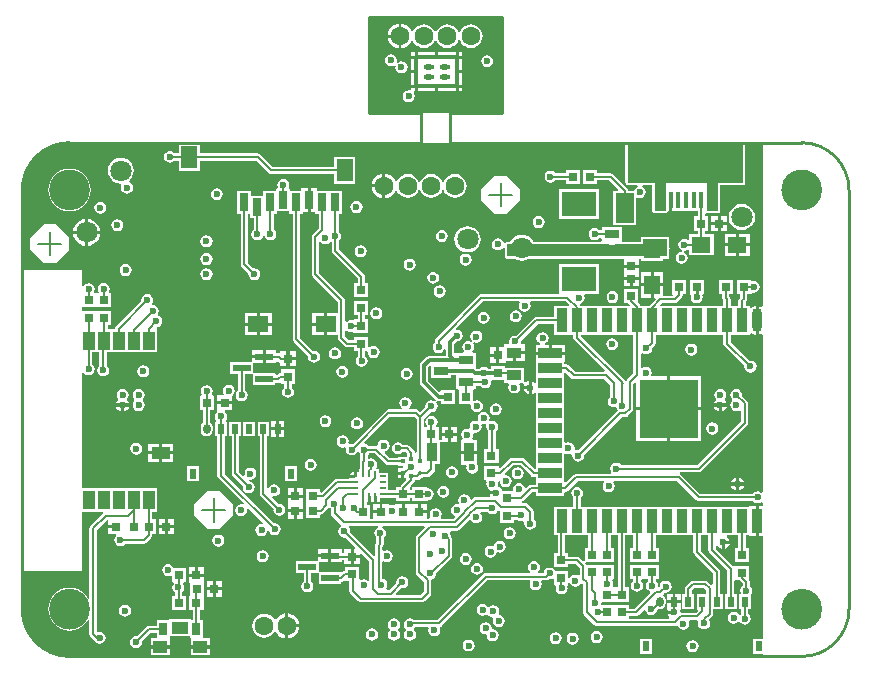
<source format=gtl>
G04 Layer_Physical_Order=1*
G04 Layer_Color=255*
%FSLAX42Y42*%
%MOMM*%
G71*
G01*
G75*
%ADD10R,1.50X0.60*%
%ADD11R,0.80X0.80*%
%ADD12R,0.80X0.80*%
%ADD13R,1.15X1.00*%
%ADD14R,1.40X1.10*%
%ADD15R,0.70X1.10*%
%ADD16R,1.15X1.00*%
%ADD17R,1.80X1.40*%
%ADD18R,1.40X1.90*%
%ADD19R,0.80X1.50*%
%ADD20R,1.30X0.80*%
%ADD21R,1.30X0.80*%
%ADD22R,3.00X2.10*%
%ADD23R,1.00X1.60*%
%ADD24R,1.60X1.00*%
%ADD25O,0.47X0.25*%
%ADD26R,0.47X0.25*%
%ADD27R,0.25X0.47*%
%ADD28R,0.35X0.30*%
%ADD29R,0.30X0.35*%
G04:AMPARAMS|DCode=30|XSize=0.35mm|YSize=0.3mm|CornerRadius=0.07mm|HoleSize=0mm|Usage=FLASHONLY|Rotation=270.000|XOffset=0mm|YOffset=0mm|HoleType=Round|Shape=RoundedRectangle|*
%AMROUNDEDRECTD30*
21,1,0.35,0.15,0,0,270.0*
21,1,0.20,0.30,0,0,270.0*
1,1,0.15,-0.07,-0.10*
1,1,0.15,-0.07,0.10*
1,1,0.15,0.07,0.10*
1,1,0.15,0.07,-0.10*
%
%ADD30ROUNDEDRECTD30*%
%ADD31R,2.19X1.90*%
%ADD32R,1.80X1.90*%
%ADD33R,0.40X1.35*%
%ADD34R,1.30X0.90*%
%ADD35R,0.90X1.60*%
%ADD36R,1.40X1.65*%
%ADD37R,1.65X1.40*%
%ADD38R,0.60X0.85*%
%ADD39O,0.60X0.85*%
%ADD40R,5.00X5.00*%
%ADD41R,0.90X2.00*%
%ADD42R,2.00X0.90*%
%ADD43O,0.90X2.00*%
%ADD44R,1.50X2.50*%
%ADD45R,0.35X2.80*%
%ADD46R,3.80X0.35*%
%ADD47R,0.95X0.45*%
%ADD48R,1.30X0.76*%
%ADD49C,0.20*%
%ADD50C,0.25*%
%ADD51C,0.30*%
%ADD52C,1.80*%
%ADD53C,0.60*%
%ADD54C,3.20*%
%ADD55C,1.60*%
%ADD56O,0.90X1.25*%
G36*
X3007Y693D02*
X2941Y626D01*
X2934Y616D01*
X2932Y605D01*
X2932Y605D01*
Y313D01*
X2932Y313D01*
X2934Y301D01*
X2941Y291D01*
X3001Y231D01*
Y147D01*
X2972Y118D01*
X2768D01*
X2763Y130D01*
X2811Y178D01*
X2817Y177D01*
X2837Y180D01*
X2854Y191D01*
X2865Y208D01*
X2868Y228D01*
X2865Y247D01*
X2854Y264D01*
X2837Y275D01*
X2817Y278D01*
X2798Y275D01*
X2781Y264D01*
X2770Y247D01*
X2767Y228D01*
X2768Y221D01*
X2710Y163D01*
X2685D01*
X2679Y176D01*
X2687Y188D01*
X2691Y208D01*
X2687Y227D01*
X2676Y244D01*
X2660Y255D01*
X2648Y257D01*
Y397D01*
X2661Y404D01*
X2665Y400D01*
X2685Y397D01*
X2705Y400D01*
X2721Y411D01*
X2732Y428D01*
X2736Y447D01*
X2732Y467D01*
X2721Y484D01*
X2705Y495D01*
X2685Y498D01*
X2665Y495D01*
X2661Y491D01*
X2648Y498D01*
Y525D01*
X2652Y528D01*
X2652Y528D01*
X2658Y538D01*
X2661Y550D01*
X2661Y550D01*
Y605D01*
X2666Y609D01*
X2677Y625D01*
X2681Y645D01*
X2677Y665D01*
X2666Y681D01*
X2650Y692D01*
X2652Y705D01*
X3003D01*
X3007Y693D01*
D02*
G37*
G36*
X2610Y692D02*
X2594Y681D01*
X2583Y665D01*
X2579Y645D01*
X2583Y625D01*
X2594Y609D01*
X2599Y605D01*
Y563D01*
X2596Y559D01*
X2589Y549D01*
X2587Y538D01*
X2587Y537D01*
Y458D01*
X2575Y453D01*
X2377Y651D01*
X2379Y658D01*
X2375Y677D01*
X2365Y692D01*
X2368Y705D01*
X2608D01*
X2610Y692D01*
D02*
G37*
G36*
X4247Y1958D02*
X4247Y1958D01*
X4257Y1952D01*
X4269Y1949D01*
X4529D01*
X4579Y1899D01*
Y1800D01*
X4574Y1796D01*
X4563Y1780D01*
X4559Y1760D01*
X4563Y1741D01*
X4574Y1724D01*
X4590Y1713D01*
X4610Y1709D01*
X4620Y1711D01*
X4634Y1703D01*
X4635Y1700D01*
X4639Y1693D01*
X4644Y1681D01*
X4638Y1675D01*
X4313Y1350D01*
X4306Y1351D01*
X4287Y1348D01*
X4286Y1347D01*
X4274Y1354D01*
X4276Y1362D01*
X4272Y1382D01*
X4261Y1399D01*
X4245Y1410D01*
X4225Y1413D01*
X4205Y1410D01*
X4202Y1407D01*
X4191Y1413D01*
Y1467D01*
Y1594D01*
Y1721D01*
Y1848D01*
Y1997D01*
X4204Y2002D01*
X4247Y1958D01*
D02*
G37*
G36*
X3660Y4200D02*
X2540D01*
Y5015D01*
X3660D01*
Y4200D01*
D02*
G37*
G36*
X5703Y3612D02*
X5701Y3610D01*
X5490D01*
Y3375D01*
X5397D01*
Y3610D01*
X5047D01*
Y3375D01*
X4955D01*
Y3612D01*
X4728D01*
Y3950D01*
X5703D01*
Y3612D01*
D02*
G37*
G36*
X3910Y1129D02*
X3910Y1129D01*
X3920Y1122D01*
X3932Y1120D01*
X3932Y1120D01*
X3951D01*
Y1054D01*
X3907D01*
X3907Y1054D01*
X3896Y1052D01*
X3886Y1045D01*
X3867Y1027D01*
X3853Y1031D01*
X3852Y1037D01*
X3841Y1054D01*
X3825Y1065D01*
X3805Y1068D01*
X3785Y1065D01*
X3769Y1054D01*
X3758Y1037D01*
X3754Y1018D01*
X3756Y1010D01*
X3748Y1000D01*
X3666D01*
X3665Y1007D01*
X3652Y1025D01*
X3634Y1037D01*
X3632Y1038D01*
X3625Y1041D01*
X3629Y1060D01*
X3627Y1070D01*
X3637Y1082D01*
X3640Y1083D01*
X3641Y1082D01*
X3642Y1081D01*
X3645Y1065D01*
X3656Y1048D01*
X3673Y1037D01*
X3692Y1033D01*
X3712Y1037D01*
X3728Y1048D01*
X3739Y1065D01*
X3743Y1084D01*
X3739Y1104D01*
X3728Y1120D01*
X3712Y1131D01*
X3692Y1135D01*
X3691Y1135D01*
X3685Y1147D01*
X3758Y1219D01*
X3820D01*
X3910Y1129D01*
D02*
G37*
G36*
X2675Y1229D02*
X2685Y1222D01*
X2697Y1220D01*
X2697Y1220D01*
X2785D01*
Y1213D01*
X2824D01*
X2828Y1204D01*
X2820Y1193D01*
X2780D01*
Y1163D01*
X2820D01*
Y1151D01*
X2833D01*
Y1108D01*
X2846D01*
X2852Y1095D01*
X2803Y1047D01*
X2797Y1037D01*
X2796Y1035D01*
X2765D01*
Y1006D01*
X2698D01*
Y1043D01*
Y1157D01*
X2620D01*
Y1185D01*
X2600D01*
X2593Y1198D01*
X2600Y1208D01*
X2603Y1227D01*
X2600Y1247D01*
X2589Y1264D01*
X2572Y1275D01*
X2552Y1278D01*
X2538Y1276D01*
X2526Y1284D01*
Y1309D01*
X2533Y1313D01*
X2536Y1319D01*
X2585D01*
X2675Y1229D01*
D02*
G37*
G36*
X600Y3950D02*
X913D01*
X924Y3944D01*
X924Y3937D01*
Y3860D01*
X890D01*
X886Y3866D01*
X870Y3877D01*
X850Y3881D01*
X830Y3877D01*
X814Y3866D01*
X803Y3850D01*
X799Y3830D01*
X803Y3810D01*
X814Y3794D01*
X830Y3783D01*
X850Y3779D01*
X870Y3783D01*
X886Y3794D01*
X889Y3799D01*
X924D01*
Y3714D01*
X1104D01*
Y3799D01*
X1583D01*
X1689Y3693D01*
X1689Y3693D01*
X1699Y3686D01*
X1710Y3684D01*
X2239D01*
Y3600D01*
X2419D01*
Y3830D01*
X2239D01*
Y3745D01*
X1723D01*
X1617Y3851D01*
X1607Y3858D01*
X1596Y3860D01*
X1596Y3860D01*
X1104D01*
X1104Y3944D01*
X1114Y3950D01*
X2975D01*
X2975Y3950D01*
X3225D01*
X3225Y3950D01*
Y3950D01*
X4707D01*
Y3612D01*
X4709Y3605D01*
X4713Y3598D01*
X4720Y3594D01*
X4728Y3592D01*
X4808D01*
X4810Y3580D01*
X4794Y3569D01*
X4783Y3552D01*
X4782Y3545D01*
X4731D01*
X4728Y3557D01*
X4722Y3567D01*
X4722Y3567D01*
X4606Y3683D01*
X4596Y3689D01*
X4584Y3692D01*
X4584Y3692D01*
X4470D01*
Y3721D01*
X4350D01*
Y3601D01*
X4470D01*
Y3631D01*
X4571D01*
X4645Y3557D01*
X4640Y3545D01*
X4605D01*
Y3255D01*
X4795D01*
Y3482D01*
X4806Y3488D01*
X4810Y3485D01*
X4830Y3482D01*
X4850Y3485D01*
X4866Y3496D01*
X4877Y3513D01*
X4881Y3533D01*
X4877Y3552D01*
X4866Y3569D01*
X4850Y3580D01*
X4852Y3592D01*
X4935D01*
Y3466D01*
X4933Y3455D01*
Y3420D01*
X4935Y3409D01*
Y3375D01*
X4936Y3367D01*
X4941Y3361D01*
X4947Y3356D01*
X4955Y3355D01*
X4997D01*
X4999Y3354D01*
X5000Y3355D01*
X5047D01*
X5055Y3356D01*
X5062Y3361D01*
X5066Y3367D01*
X5067Y3370D01*
X5079D01*
Y3463D01*
X5104D01*
Y3370D01*
X5137D01*
Y3375D01*
X5321D01*
Y3325D01*
X5290D01*
Y3205D01*
X5321D01*
Y3175D01*
X5248D01*
Y3132D01*
X5235Y3125D01*
X5225Y3132D01*
X5205Y3136D01*
X5185Y3132D01*
X5169Y3121D01*
X5158Y3105D01*
X5154Y3085D01*
X5158Y3065D01*
X5169Y3049D01*
X5185Y3038D01*
X5183Y3026D01*
X5163Y3022D01*
X5146Y3011D01*
X5135Y2995D01*
X5132Y2975D01*
X5135Y2955D01*
X5146Y2939D01*
X5163Y2928D01*
X5183Y2924D01*
X5202Y2928D01*
X5219Y2939D01*
X5230Y2955D01*
X5233Y2975D01*
X5230Y2995D01*
X5219Y3011D01*
X5202Y3022D01*
X5205Y3034D01*
X5225Y3038D01*
X5235Y3045D01*
X5248Y3038D01*
Y2995D01*
X5453D01*
Y3175D01*
X5382D01*
Y3205D01*
X5410D01*
Y3325D01*
X5382D01*
Y3346D01*
X5384Y3348D01*
X5395Y3355D01*
X5397Y3355D01*
X5442D01*
X5444Y3354D01*
X5445Y3355D01*
X5490D01*
X5498Y3356D01*
X5504Y3361D01*
X5509Y3367D01*
X5510Y3375D01*
Y3590D01*
X5701D01*
X5709Y3591D01*
X5716Y3596D01*
X5716Y3596D01*
X5720Y3602D01*
X5721Y3605D01*
X5723Y3612D01*
Y3950D01*
X5870D01*
Y2566D01*
X5859Y2561D01*
X5858Y2562D01*
X5840Y2569D01*
X5835Y2570D01*
Y2445D01*
Y2321D01*
X5840Y2322D01*
X5858Y2329D01*
X5859Y2330D01*
X5870Y2324D01*
Y995D01*
X5857Y988D01*
X5847Y995D01*
X5828Y998D01*
X5808Y995D01*
X5791Y984D01*
X5788Y978D01*
X5342D01*
X5181Y1140D01*
X5171Y1146D01*
X5168Y1147D01*
X5170Y1159D01*
X5327D01*
X5328Y1159D01*
X5339Y1162D01*
X5349Y1168D01*
X5739Y1558D01*
X5739Y1558D01*
X5746Y1568D01*
X5748Y1580D01*
X5748Y1580D01*
Y1742D01*
X5748Y1742D01*
X5746Y1753D01*
X5739Y1763D01*
X5739Y1763D01*
X5695Y1808D01*
X5696Y1814D01*
X5692Y1834D01*
X5681Y1850D01*
X5665Y1861D01*
X5645Y1865D01*
X5625Y1861D01*
X5609Y1850D01*
X5598Y1834D01*
X5594Y1814D01*
X5598Y1795D01*
X5609Y1778D01*
X5609Y1778D01*
Y1765D01*
X5609Y1765D01*
X5598Y1749D01*
X5594Y1729D01*
X5598Y1710D01*
X5609Y1693D01*
X5625Y1682D01*
X5645Y1678D01*
X5665Y1682D01*
X5674Y1688D01*
X5687Y1682D01*
Y1593D01*
X5315Y1221D01*
X4670D01*
X4666Y1226D01*
X4650Y1237D01*
X4630Y1241D01*
X4610Y1237D01*
X4594Y1226D01*
X4583Y1210D01*
X4579Y1190D01*
X4583Y1170D01*
X4589Y1161D01*
X4582Y1149D01*
X4291D01*
X4291Y1149D01*
X4279Y1146D01*
X4269Y1140D01*
X4203Y1073D01*
X4191Y1078D01*
Y1213D01*
Y1312D01*
X4202Y1318D01*
X4205Y1315D01*
X4225Y1312D01*
X4245Y1315D01*
X4246Y1316D01*
X4257Y1309D01*
X4256Y1301D01*
X4259Y1281D01*
X4270Y1264D01*
X4287Y1253D01*
X4306Y1250D01*
X4326Y1253D01*
X4343Y1264D01*
X4354Y1281D01*
X4357Y1301D01*
X4356Y1307D01*
X4678Y1629D01*
X4707D01*
X4707Y1629D01*
X4719Y1631D01*
X4728Y1638D01*
X4766Y1676D01*
X4773Y1686D01*
X4775Y1697D01*
X4775Y1697D01*
Y1910D01*
X4785Y1920D01*
X4797Y1915D01*
Y1708D01*
X5059D01*
Y1971D01*
X4934D01*
X4927Y1981D01*
X4927Y1983D01*
X4931Y2002D01*
X4927Y2022D01*
X4916Y2039D01*
X4900Y2050D01*
X4880Y2053D01*
X4860Y2050D01*
X4849Y2042D01*
X4837Y2049D01*
Y2165D01*
X4849Y2170D01*
X4863Y2160D01*
X4883Y2157D01*
X4902Y2160D01*
X4919Y2171D01*
X4930Y2188D01*
X4933Y2208D01*
X4932Y2214D01*
X4955Y2236D01*
X4955Y2236D01*
X4961Y2246D01*
X4964Y2258D01*
X4964Y2258D01*
Y2325D01*
X5537D01*
Y2249D01*
X5537Y2249D01*
X5540Y2237D01*
X5546Y2228D01*
X5715Y2059D01*
X5715Y2055D01*
X5719Y2036D01*
X5730Y2019D01*
X5746Y2008D01*
X5766Y2004D01*
X5785Y2008D01*
X5802Y2019D01*
X5813Y2036D01*
X5817Y2055D01*
X5813Y2075D01*
X5802Y2091D01*
X5785Y2102D01*
X5766Y2106D01*
X5756Y2104D01*
X5599Y2262D01*
Y2325D01*
X5760D01*
Y2334D01*
X5769Y2339D01*
X5773Y2339D01*
X5786Y2329D01*
X5804Y2322D01*
X5809Y2321D01*
Y2445D01*
Y2570D01*
X5804Y2569D01*
X5786Y2562D01*
X5773Y2551D01*
X5769Y2552D01*
X5760Y2556D01*
Y2565D01*
X5726D01*
Y2602D01*
X5729Y2606D01*
X5729Y2606D01*
X5736Y2616D01*
X5738Y2628D01*
X5738Y2628D01*
Y2670D01*
X5768D01*
Y2672D01*
X5780Y2681D01*
X5792Y2679D01*
X5812Y2683D01*
X5829Y2694D01*
X5840Y2710D01*
X5843Y2730D01*
X5840Y2750D01*
X5829Y2766D01*
X5812Y2777D01*
X5792Y2781D01*
X5780Y2779D01*
X5768Y2788D01*
Y2790D01*
X5648D01*
Y2670D01*
X5677D01*
Y2640D01*
X5673Y2637D01*
X5667Y2627D01*
X5664Y2615D01*
X5664Y2615D01*
Y2565D01*
X5599D01*
Y2625D01*
X5596Y2636D01*
X5590Y2646D01*
X5588Y2648D01*
Y2670D01*
X5618D01*
Y2790D01*
X5498D01*
Y2670D01*
X5527D01*
Y2635D01*
X5527Y2635D01*
X5529Y2623D01*
X5536Y2613D01*
X5537Y2612D01*
Y2565D01*
X5005D01*
X5000Y2577D01*
X5015Y2592D01*
X5125D01*
X5125Y2592D01*
X5137Y2594D01*
X5147Y2601D01*
X5182Y2636D01*
X5182Y2636D01*
X5188Y2646D01*
X5191Y2658D01*
X5191Y2658D01*
Y2670D01*
X5220D01*
Y2790D01*
X5100D01*
Y2670D01*
X5103D01*
X5109Y2657D01*
X5106Y2653D01*
X5028D01*
Y2734D01*
X4945D01*
Y2639D01*
X4959D01*
X4964Y2627D01*
X4911Y2575D01*
X4905Y2565D01*
X4835D01*
X4834Y2571D01*
X4828Y2581D01*
X4828Y2581D01*
X4817Y2591D01*
Y2710D01*
X4697D01*
Y2590D01*
X4733D01*
X4736Y2586D01*
X4745Y2577D01*
X4740Y2565D01*
X4330D01*
X4322Y2576D01*
X4324Y2585D01*
X4326Y2588D01*
X4331Y2589D01*
X4347Y2600D01*
X4358Y2616D01*
X4362Y2636D01*
X4358Y2656D01*
X4355Y2660D01*
X4361Y2671D01*
X4485D01*
Y2921D01*
X4145D01*
Y2671D01*
X4133Y2668D01*
X3488D01*
X3476Y2666D01*
X3466Y2659D01*
X3103Y2297D01*
X3097Y2287D01*
X3094Y2275D01*
X3094Y2275D01*
Y2260D01*
X3089Y2256D01*
X3078Y2240D01*
X3074Y2220D01*
X3078Y2200D01*
X3089Y2184D01*
X3105Y2173D01*
X3125Y2169D01*
X3145Y2173D01*
X3161Y2184D01*
X3172Y2200D01*
X3173Y2200D01*
X3184Y2194D01*
Y2148D01*
X3050D01*
X3036Y2145D01*
X3025Y2138D01*
X2977Y2090D01*
X2970Y2079D01*
X2967Y2065D01*
Y1920D01*
X2970Y1906D01*
X2977Y1895D01*
X3100Y1772D01*
X3092Y1762D01*
X3084Y1767D01*
X3065Y1771D01*
X3045Y1767D01*
X3029Y1756D01*
X3018Y1740D01*
X3014Y1720D01*
X3015Y1714D01*
X2970Y1668D01*
X2957Y1682D01*
X2947Y1688D01*
X2935Y1691D01*
X2935Y1691D01*
X2877D01*
X2873Y1703D01*
X2881Y1709D01*
X2892Y1725D01*
X2896Y1745D01*
X2892Y1764D01*
X2881Y1781D01*
X2865Y1792D01*
X2845Y1796D01*
X2826Y1792D01*
X2809Y1781D01*
X2798Y1764D01*
X2794Y1745D01*
X2798Y1725D01*
X2809Y1709D01*
X2817Y1703D01*
X2814Y1691D01*
X2700D01*
X2688Y1688D01*
X2678Y1682D01*
X2678Y1682D01*
X2399Y1402D01*
X2392Y1403D01*
X2373Y1400D01*
X2372Y1399D01*
X2361Y1407D01*
X2363Y1420D01*
X2360Y1440D01*
X2349Y1456D01*
X2332Y1467D01*
X2312Y1471D01*
X2293Y1467D01*
X2276Y1456D01*
X2265Y1440D01*
X2262Y1420D01*
X2265Y1400D01*
X2276Y1384D01*
X2293Y1373D01*
X2312Y1369D01*
X2332Y1373D01*
X2333Y1373D01*
X2344Y1366D01*
X2342Y1352D01*
X2345Y1333D01*
X2356Y1316D01*
X2373Y1305D01*
X2392Y1302D01*
X2412Y1305D01*
X2429Y1316D01*
X2437Y1329D01*
X2442Y1329D01*
X2451Y1328D01*
X2460Y1313D01*
X2464Y1311D01*
Y1269D01*
X2459Y1262D01*
X2457Y1250D01*
X2457Y1250D01*
Y1185D01*
X2455D01*
Y1170D01*
X2442Y1162D01*
X2434Y1163D01*
Y1125D01*
X2421D01*
Y1112D01*
X2368D01*
X2363Y1106D01*
X2265D01*
X2253Y1103D01*
X2243Y1097D01*
X2243Y1097D01*
X2135Y988D01*
X2123Y989D01*
Y1018D01*
X2002D01*
Y898D01*
X2002D01*
Y892D01*
X2002D01*
Y772D01*
X2123D01*
Y791D01*
X2127Y802D01*
X2139Y804D01*
X2149Y811D01*
X2193Y854D01*
X2201Y857D01*
X2210Y855D01*
X2214Y853D01*
Y813D01*
X2214Y813D01*
X2217Y801D01*
X2223Y791D01*
X2300Y714D01*
X2301Y713D01*
X2300Y699D01*
X2292Y694D01*
X2281Y677D01*
X2277Y658D01*
X2281Y638D01*
X2292Y621D01*
X2308Y610D01*
X2328Y607D01*
X2334Y608D01*
X2420Y522D01*
X2415Y510D01*
X2405D01*
Y458D01*
X2458D01*
Y467D01*
X2470Y472D01*
X2537Y405D01*
Y243D01*
X2524Y240D01*
X2510Y250D01*
X2490Y253D01*
X2470Y250D01*
X2465Y246D01*
X2452Y253D01*
Y355D01*
X2333D01*
Y326D01*
X2330D01*
X2318Y323D01*
X2310Y318D01*
X2300Y312D01*
X2121D01*
X2110Y312D01*
X2110Y325D01*
Y385D01*
X2110Y397D01*
X2192D01*
Y440D01*
X2105D01*
Y419D01*
X2104Y407D01*
X1920D01*
Y308D01*
X1984D01*
Y235D01*
X1979Y231D01*
X1968Y215D01*
X1964Y195D01*
X1968Y175D01*
X1979Y159D01*
X1995Y148D01*
X2015Y144D01*
X2035Y148D01*
X2051Y159D01*
X2062Y175D01*
X2066Y195D01*
X2062Y215D01*
X2051Y231D01*
X2046Y235D01*
Y308D01*
X2099D01*
X2110Y308D01*
X2110Y295D01*
Y212D01*
X2300D01*
Y232D01*
X2309Y234D01*
X2319Y241D01*
X2321Y243D01*
X2333Y238D01*
Y235D01*
X2369D01*
Y155D01*
X2369Y155D01*
X2372Y143D01*
X2378Y133D01*
X2446Y66D01*
X2446Y66D01*
X2456Y59D01*
X2467Y57D01*
X2985D01*
X2985Y57D01*
X2997Y59D01*
X3007Y66D01*
X3053Y113D01*
X3060Y122D01*
X3062Y134D01*
X3062Y134D01*
Y244D01*
X3062Y244D01*
X3062Y246D01*
X3069Y257D01*
X3075Y258D01*
X3091Y269D01*
X3102Y286D01*
X3106Y305D01*
X3106Y307D01*
X3232Y432D01*
X3238Y442D01*
X3241Y454D01*
X3241Y454D01*
Y593D01*
X3238Y604D01*
X3232Y614D01*
X3228Y617D01*
X3230Y624D01*
X3226Y643D01*
X3220Y652D01*
X3227Y665D01*
X3282D01*
X3282Y665D01*
X3294Y667D01*
X3304Y674D01*
X3384Y754D01*
X3400Y752D01*
X3406Y741D01*
X3423Y730D01*
X3442Y727D01*
X3462Y730D01*
X3479Y741D01*
X3490Y758D01*
X3493Y778D01*
X3490Y797D01*
X3479Y814D01*
X3477Y814D01*
X3481Y827D01*
X3540D01*
X3544Y821D01*
X3561Y810D01*
X3580Y807D01*
X3600Y810D01*
X3616Y821D01*
X3623Y832D01*
X3638Y835D01*
X3645Y830D01*
Y730D01*
X3765D01*
Y759D01*
X3787D01*
X3788Y758D01*
X3804Y747D01*
X3824Y743D01*
X3840Y746D01*
X3849Y740D01*
X3851Y737D01*
X3849Y725D01*
X3853Y705D01*
X3864Y689D01*
X3880Y678D01*
X3900Y674D01*
X3920Y678D01*
X3936Y689D01*
X3947Y705D01*
X3951Y725D01*
X3947Y745D01*
X3936Y761D01*
X3931Y765D01*
Y827D01*
X3931Y827D01*
X3928Y839D01*
X3922Y849D01*
X3922Y849D01*
X3882Y889D01*
X3872Y896D01*
X3860Y898D01*
X3860Y898D01*
X3833D01*
X3831Y911D01*
X3835Y912D01*
X3845Y918D01*
X3920Y993D01*
X3951D01*
Y959D01*
X4191D01*
Y983D01*
X4197Y993D01*
X4208Y995D01*
X4218Y1002D01*
X4304Y1087D01*
X4523D01*
X4527Y1081D01*
X4528Y1075D01*
X4518Y1060D01*
X4514Y1040D01*
X4518Y1020D01*
X4529Y1004D01*
X4545Y993D01*
X4565Y989D01*
X4585Y993D01*
X4601Y1004D01*
X4612Y1020D01*
X4616Y1040D01*
X4612Y1060D01*
X4602Y1075D01*
X4603Y1081D01*
X4607Y1087D01*
X5146D01*
X5308Y926D01*
X5318Y919D01*
X5329Y917D01*
X5330Y917D01*
X5788D01*
X5791Y911D01*
X5808Y900D01*
X5828Y897D01*
X5847Y900D01*
X5857Y907D01*
X5870Y900D01*
Y871D01*
X5835D01*
Y745D01*
Y620D01*
X5870D01*
Y-252D01*
X5784D01*
Y-377D01*
X5870D01*
Y-400D01*
X1201D01*
X1190Y-396D01*
X1190Y-387D01*
Y-333D01*
X1107D01*
X1025D01*
Y-387D01*
X1025Y-396D01*
X1014Y-400D01*
X864D01*
X853Y-396D01*
X853Y-387D01*
Y-333D01*
X770D01*
X687D01*
Y-387D01*
X687Y-396D01*
X676Y-400D01*
X-26D01*
X-78Y-393D01*
X-129Y-379D01*
X-177Y-359D01*
X-223Y-333D01*
X-264Y-301D01*
X-301Y-264D01*
X-333Y-223D01*
X-359Y-177D01*
X-379Y-129D01*
X-393Y-78D01*
X-400Y-26D01*
Y0D01*
Y322D01*
X108Y323D01*
X108Y825D01*
X280D01*
X284Y815D01*
X284Y812D01*
X178Y707D01*
X172Y697D01*
X169Y685D01*
X169Y685D01*
Y92D01*
X157Y89D01*
X150Y100D01*
X128Y128D01*
X100Y150D01*
X69Y167D01*
X35Y177D01*
X0Y181D01*
X-35Y177D01*
X-69Y167D01*
X-100Y150D01*
X-128Y128D01*
X-150Y100D01*
X-167Y69D01*
X-177Y35D01*
X-181Y0D01*
X-177Y-35D01*
X-167Y-69D01*
X-150Y-100D01*
X-128Y-128D01*
X-100Y-150D01*
X-69Y-167D01*
X-35Y-177D01*
X0Y-181D01*
X35Y-177D01*
X69Y-167D01*
X100Y-150D01*
X128Y-128D01*
X150Y-100D01*
X157Y-89D01*
X169Y-92D01*
Y-209D01*
X169Y-209D01*
X172Y-220D01*
X178Y-230D01*
X207Y-259D01*
X208Y-262D01*
X219Y-279D01*
X235Y-290D01*
X255Y-293D01*
X275Y-290D01*
X291Y-279D01*
X302Y-262D01*
X306Y-242D01*
X302Y-223D01*
X291Y-206D01*
X275Y-195D01*
X255Y-192D01*
X243Y-194D01*
X231Y-185D01*
X231Y-184D01*
Y672D01*
X316Y757D01*
X328Y753D01*
Y713D01*
X394D01*
Y687D01*
X328D01*
Y635D01*
X391D01*
X395Y622D01*
X394Y621D01*
X383Y605D01*
X379Y585D01*
X383Y565D01*
X394Y549D01*
X410Y538D01*
X430Y534D01*
X450Y538D01*
X466Y549D01*
X470Y554D01*
X627D01*
X628Y554D01*
X639Y557D01*
X649Y563D01*
X692Y606D01*
X698Y616D01*
X701Y628D01*
Y640D01*
X730D01*
Y760D01*
X701D01*
Y825D01*
X741D01*
Y1025D01*
X108D01*
X108Y1999D01*
X121Y2003D01*
X126Y1994D01*
X143Y1983D01*
X163Y1979D01*
X182Y1983D01*
X199Y1994D01*
X210Y2011D01*
X213Y2030D01*
X210Y2050D01*
X199Y2066D01*
X193Y2070D01*
Y2175D01*
X254D01*
Y2062D01*
X249Y2059D01*
X238Y2042D01*
X234Y2023D01*
X238Y2003D01*
X249Y1986D01*
X265Y1975D01*
X285Y1972D01*
X305Y1975D01*
X321Y1986D01*
X332Y2003D01*
X336Y2023D01*
X332Y2042D01*
X321Y2059D01*
X316Y2062D01*
Y2175D01*
X741D01*
Y2375D01*
X741D01*
X738Y2388D01*
X739Y2389D01*
X755Y2392D01*
X771Y2403D01*
X782Y2420D01*
X786Y2439D01*
X782Y2459D01*
X771Y2475D01*
X755Y2486D01*
X753Y2487D01*
X747Y2501D01*
X751Y2506D01*
X755Y2526D01*
X751Y2545D01*
X740Y2562D01*
X724Y2573D01*
X706Y2576D01*
X701Y2583D01*
X699Y2588D01*
X705Y2598D01*
X709Y2618D01*
X705Y2638D01*
X694Y2654D01*
X678Y2665D01*
X658Y2669D01*
X639Y2665D01*
X622Y2654D01*
X611Y2638D01*
X607Y2618D01*
X609Y2612D01*
X395Y2398D01*
X388Y2388D01*
X386Y2376D01*
X374Y2375D01*
X322D01*
Y2405D01*
X351D01*
Y2525D01*
X231D01*
Y2525D01*
X223D01*
Y2525D01*
X108D01*
Y2555D01*
X218D01*
X231Y2555D01*
X235Y2555D01*
X351D01*
Y2675D01*
X340D01*
X334Y2688D01*
X337Y2693D01*
X341Y2712D01*
X337Y2732D01*
X326Y2749D01*
X310Y2760D01*
X290Y2763D01*
X270Y2760D01*
X254Y2749D01*
X243Y2732D01*
X239Y2712D01*
X243Y2693D01*
X246Y2688D01*
X240Y2675D01*
X223Y2675D01*
X218Y2675D01*
X214D01*
X208Y2686D01*
X210Y2688D01*
X213Y2708D01*
X210Y2727D01*
X199Y2744D01*
X182Y2755D01*
X162Y2758D01*
X143Y2755D01*
X126Y2744D01*
X121Y2735D01*
X108Y2739D01*
X108Y2870D01*
X-400Y2870D01*
Y3550D01*
X-400Y3576D01*
X-393Y3628D01*
X-379Y3679D01*
X-359Y3727D01*
X-333Y3773D01*
X-301Y3815D01*
X-264Y3852D01*
X-223Y3884D01*
X-177Y3910D01*
X-129Y3930D01*
X-78Y3943D01*
X-26Y3950D01*
X600D01*
X600Y3950D01*
D02*
G37*
G36*
X2939Y1613D02*
Y1332D01*
X2927Y1322D01*
X2926Y1323D01*
Y1323D01*
X2923Y1335D01*
X2917Y1345D01*
X2878Y1384D01*
X2868Y1391D01*
X2856Y1393D01*
X2856Y1393D01*
X2820D01*
X2816Y1399D01*
X2800Y1410D01*
X2780Y1414D01*
X2761Y1410D01*
X2744Y1399D01*
X2733Y1382D01*
X2729Y1363D01*
X2733Y1343D01*
X2744Y1327D01*
X2761Y1315D01*
X2780Y1312D01*
X2800Y1315D01*
X2816Y1327D01*
X2820Y1332D01*
X2843D01*
X2854Y1322D01*
X2858Y1310D01*
X2857Y1298D01*
X2855Y1288D01*
X2785D01*
Y1281D01*
X2710D01*
X2668Y1322D01*
X2673Y1336D01*
X2679Y1337D01*
X2695Y1348D01*
X2706Y1365D01*
X2710Y1385D01*
X2706Y1404D01*
X2695Y1421D01*
X2679Y1432D01*
X2659Y1435D01*
X2639Y1432D01*
X2623Y1421D01*
X2612Y1404D01*
X2609Y1391D01*
X2599Y1381D01*
X2596Y1380D01*
X2536D01*
X2533Y1386D01*
X2516Y1397D01*
X2501Y1400D01*
X2496Y1412D01*
X2713Y1629D01*
X2923D01*
X2939Y1613D01*
D02*
G37*
G36*
X4233Y2577D02*
X4229Y2565D01*
X4106D01*
Y2476D01*
X3950D01*
X3939Y2473D01*
X3929Y2467D01*
X3779Y2317D01*
X3773Y2319D01*
X3753Y2315D01*
X3737Y2304D01*
X3726Y2287D01*
X3722Y2268D01*
X3724Y2254D01*
X3716Y2242D01*
X3676D01*
Y2217D01*
X3639D01*
Y2151D01*
Y2086D01*
X3692D01*
Y2101D01*
X3754D01*
Y2171D01*
X3766D01*
Y2184D01*
X3857D01*
Y2242D01*
X3830D01*
X3821Y2254D01*
X3824Y2268D01*
X3822Y2274D01*
X3963Y2415D01*
X4106D01*
Y2325D01*
X4267D01*
Y2297D01*
X4267Y2297D01*
X4270Y2285D01*
X4276Y2275D01*
X4530Y2022D01*
X4525Y2010D01*
X4282D01*
X4227Y2065D01*
X4217Y2071D01*
X4206Y2074D01*
X4206Y2074D01*
X4191D01*
Y2096D01*
X4196D01*
Y2154D01*
X4071D01*
X3946D01*
Y2096D01*
X3951D01*
Y1975D01*
Y1922D01*
X3938Y1919D01*
X3922Y1930D01*
X3913Y1931D01*
Y1877D01*
Y1824D01*
X3922Y1825D01*
X3938Y1836D01*
X3945Y1835D01*
X3951Y1831D01*
Y1721D01*
Y1594D01*
Y1467D01*
Y1340D01*
Y1193D01*
X3938Y1187D01*
X3854Y1272D01*
X3844Y1278D01*
X3833Y1281D01*
X3832Y1281D01*
X3745D01*
X3745Y1281D01*
X3733Y1278D01*
X3723Y1272D01*
X3723Y1272D01*
X3645Y1193D01*
X3633Y1198D01*
Y1210D01*
X3513D01*
Y1090D01*
X3525D01*
X3527Y1086D01*
X3531Y1078D01*
X3527Y1060D01*
X3531Y1041D01*
X3542Y1024D01*
X3558Y1013D01*
X3559Y1000D01*
X3559Y998D01*
X3612D01*
Y972D01*
X3559D01*
X3560Y963D01*
X3563Y959D01*
X3558Y950D01*
X3555Y948D01*
X3555Y948D01*
X3441D01*
X3441Y948D01*
X3429Y946D01*
X3419Y939D01*
X3419Y939D01*
X3406Y926D01*
X3392Y930D01*
X3390Y941D01*
X3379Y957D01*
X3362Y968D01*
X3343Y972D01*
X3323Y968D01*
X3307Y957D01*
X3296Y941D01*
X3292Y921D01*
X3296Y902D01*
X3296Y901D01*
X3289Y889D01*
X3280Y891D01*
X3261Y887D01*
X3244Y876D01*
X3233Y860D01*
X3229Y840D01*
X3233Y821D01*
X3244Y804D01*
X3261Y793D01*
X3263Y792D01*
X3267Y780D01*
X3253Y766D01*
X3149D01*
X3143Y778D01*
X3147Y786D01*
X3151Y805D01*
X3147Y825D01*
X3136Y841D01*
X3120Y852D01*
X3100Y856D01*
X3081Y852D01*
X3064Y841D01*
X3053Y825D01*
X3049Y805D01*
X3053Y786D01*
X3056Y781D01*
X3050Y770D01*
X3038Y768D01*
X3028Y776D01*
Y812D01*
X2963D01*
Y825D01*
X2950D01*
Y890D01*
X2897D01*
Y890D01*
X2890Y890D01*
Y890D01*
X2838D01*
Y825D01*
X2812D01*
Y890D01*
X2760D01*
Y890D01*
X2747Y883D01*
X2733Y886D01*
X2716Y883D01*
X2703Y889D01*
Y890D01*
X2650D01*
Y825D01*
X2638D01*
Y812D01*
X2572D01*
Y766D01*
X2548D01*
Y885D01*
X2518D01*
Y910D01*
X2525D01*
Y959D01*
X2550D01*
Y910D01*
X2575D01*
Y959D01*
X2600D01*
Y910D01*
X2625D01*
Y943D01*
X2698D01*
Y944D01*
X2765D01*
Y915D01*
X2885D01*
Y944D01*
X2902D01*
Y915D01*
X3023D01*
Y916D01*
X3032Y924D01*
X3033Y924D01*
X3052Y928D01*
X3069Y939D01*
X3080Y955D01*
X3083Y975D01*
X3080Y995D01*
X3069Y1011D01*
X3052Y1022D01*
X3033Y1026D01*
X3032Y1026D01*
X3023Y1034D01*
Y1035D01*
X2902D01*
Y1006D01*
X2885D01*
Y1035D01*
X2885Y1035D01*
X2885D01*
X2889Y1046D01*
X2917Y1073D01*
X2917Y1073D01*
X2923Y1083D01*
X2925Y1090D01*
X2933D01*
Y1095D01*
X2945D01*
X2945Y1095D01*
X2957Y1097D01*
X2967Y1104D01*
X2975Y1112D01*
X2977D01*
X2988Y1115D01*
X2996Y1120D01*
X3030D01*
X3031Y1120D01*
X3042Y1122D01*
X3052Y1129D01*
X3087Y1163D01*
X3087Y1163D01*
X3093Y1173D01*
X3096Y1185D01*
Y1230D01*
X3138D01*
Y1413D01*
X3150Y1415D01*
X3150Y1415D01*
X3202D01*
Y1467D01*
X3150D01*
Y1431D01*
X3138Y1430D01*
X3125Y1432D01*
Y1540D01*
X3109D01*
X3108Y1541D01*
X3104Y1553D01*
X3112Y1565D01*
X3116Y1585D01*
X3112Y1605D01*
X3101Y1621D01*
X3085Y1632D01*
X3065Y1636D01*
X3045Y1632D01*
X3029Y1621D01*
X3018Y1605D01*
X3014Y1585D01*
X3018Y1565D01*
X3026Y1553D01*
X3022Y1541D01*
X3021Y1540D01*
X3005D01*
X3001Y1551D01*
Y1613D01*
X3058Y1670D01*
X3065Y1669D01*
X3084Y1673D01*
X3101Y1684D01*
X3112Y1700D01*
X3116Y1720D01*
X3112Y1740D01*
X3101Y1756D01*
X3109Y1766D01*
X3114Y1762D01*
X3127Y1759D01*
X3145D01*
Y1735D01*
X3265D01*
Y1854D01*
X3266Y1857D01*
X3273Y1864D01*
X3287D01*
X3295Y1855D01*
Y1735D01*
X3392D01*
X3400Y1725D01*
X3399Y1720D01*
X3403Y1700D01*
X3414Y1684D01*
X3430Y1673D01*
X3450Y1669D01*
X3470Y1673D01*
X3486Y1684D01*
X3497Y1700D01*
X3501Y1720D01*
X3497Y1740D01*
X3486Y1756D01*
X3470Y1767D01*
X3450Y1771D01*
X3430Y1767D01*
X3426Y1764D01*
X3415Y1770D01*
Y1855D01*
X3423Y1864D01*
X3440D01*
Y1892D01*
X3483D01*
X3486Y1886D01*
X3503Y1875D01*
X3522Y1872D01*
X3542Y1875D01*
X3559Y1886D01*
X3570Y1903D01*
X3573Y1923D01*
X3572Y1931D01*
X3580Y1941D01*
X3681D01*
Y1916D01*
X3715D01*
X3722Y1904D01*
X3718Y1897D01*
X3714Y1877D01*
X3718Y1858D01*
X3729Y1841D01*
X3745Y1830D01*
X3765Y1827D01*
X3785Y1830D01*
X3801Y1841D01*
X3812Y1858D01*
X3816Y1877D01*
X3812Y1897D01*
X3808Y1904D01*
X3815Y1916D01*
X3844D01*
X3851Y1904D01*
X3848Y1899D01*
X3846Y1890D01*
X3887D01*
Y1931D01*
X3878Y1930D01*
X3864Y1920D01*
X3852Y1925D01*
X3851Y1926D01*
Y2046D01*
X3686D01*
Y2061D01*
X3566D01*
Y2037D01*
X3547D01*
X3546Y2039D01*
X3530Y2050D01*
X3510Y2053D01*
X3490Y2050D01*
X3474Y2039D01*
X3474Y2038D01*
X3447D01*
X3443Y2043D01*
X3443Y2043D01*
X3440Y2054D01*
X3440Y2054D01*
Y2171D01*
X3414D01*
X3410Y2183D01*
X3411Y2184D01*
X3422Y2200D01*
X3426Y2220D01*
X3422Y2240D01*
X3413Y2254D01*
X3422Y2263D01*
X3425Y2260D01*
X3445Y2257D01*
X3465Y2260D01*
X3481Y2271D01*
X3492Y2288D01*
X3496Y2308D01*
X3492Y2327D01*
X3481Y2344D01*
X3465Y2355D01*
X3445Y2358D01*
X3425Y2355D01*
X3409Y2344D01*
X3398Y2327D01*
X3394Y2308D01*
X3398Y2288D01*
X3407Y2274D01*
X3398Y2265D01*
X3395Y2267D01*
X3375Y2271D01*
X3355Y2267D01*
X3339Y2256D01*
X3328Y2240D01*
X3324Y2220D01*
X3328Y2200D01*
X3339Y2184D01*
X3340Y2183D01*
X3336Y2171D01*
X3270D01*
Y2171D01*
X3258Y2172D01*
X3256Y2174D01*
Y2245D01*
X3277Y2267D01*
X3278Y2267D01*
X3297Y2270D01*
X3314Y2281D01*
X3325Y2298D01*
X3328Y2317D01*
X3325Y2337D01*
X3314Y2354D01*
X3297Y2365D01*
X3279Y2368D01*
X3276Y2374D01*
X3274Y2381D01*
X3500Y2607D01*
X3804D01*
X3811Y2594D01*
X3808Y2590D01*
X3804Y2570D01*
X3808Y2550D01*
X3819Y2534D01*
X3835Y2523D01*
X3855Y2519D01*
X3875Y2523D01*
X3891Y2534D01*
X3902Y2550D01*
X3906Y2570D01*
X3902Y2590D01*
X3899Y2594D01*
X3906Y2607D01*
X4203D01*
X4233Y2577D01*
D02*
G37*
G36*
X3060Y2055D02*
Y1959D01*
X3230D01*
Y1982D01*
X3258D01*
X3270Y1981D01*
Y1866D01*
X3269Y1863D01*
X3262Y1855D01*
X3145D01*
Y1846D01*
X3132Y1841D01*
X3038Y1935D01*
Y2050D01*
X3048Y2060D01*
X3060Y2055D01*
D02*
G37*
G36*
X4775Y1997D02*
X4723Y1944D01*
X4718Y1936D01*
X4708Y1935D01*
X4704Y1935D01*
X4329Y2310D01*
Y2325D01*
X4775D01*
Y1997D01*
D02*
G37*
%LPC*%
G36*
X3537Y4692D02*
X3517Y4688D01*
X3501Y4677D01*
X3490Y4661D01*
X3486Y4641D01*
X3490Y4621D01*
X3501Y4605D01*
X3517Y4594D01*
X3537Y4590D01*
X3557Y4594D01*
X3573Y4605D01*
X3584Y4621D01*
X3588Y4641D01*
X3584Y4661D01*
X3573Y4677D01*
X3557Y4688D01*
X3537Y4692D01*
D02*
G37*
G36*
X2925Y4715D02*
X2895D01*
Y4685D01*
X2925D01*
Y4715D01*
D02*
G37*
G36*
X3326Y4659D02*
X3296D01*
Y4562D01*
X3326D01*
Y4629D01*
Y4659D01*
D02*
G37*
G36*
X2721Y4699D02*
X2701Y4696D01*
X2685Y4685D01*
X2674Y4668D01*
X2670Y4648D01*
X2674Y4629D01*
X2685Y4612D01*
X2701Y4601D01*
X2721Y4598D01*
X2740Y4601D01*
X2751Y4608D01*
X2762Y4601D01*
X2760Y4588D01*
X2764Y4568D01*
X2775Y4552D01*
X2791Y4541D01*
X2811Y4537D01*
X2830Y4541D01*
X2847Y4552D01*
X2858Y4568D01*
X2862Y4588D01*
X2858Y4607D01*
X2847Y4624D01*
X2830Y4635D01*
X2811Y4639D01*
X2791Y4635D01*
X2781Y4628D01*
X2769Y4635D01*
X2772Y4648D01*
X2768Y4668D01*
X2757Y4685D01*
X2740Y4696D01*
X2721Y4699D01*
D02*
G37*
G36*
X2925Y4659D02*
X2895D01*
Y4629D01*
Y4562D01*
X2925D01*
Y4659D01*
D02*
G37*
G36*
X2981Y4715D02*
X2951D01*
Y4685D01*
X3098D01*
Y4715D01*
X2981D01*
Y4715D01*
D02*
G37*
G36*
X2811Y4957D02*
Y4852D01*
Y4748D01*
X2826Y4750D01*
X2852Y4760D01*
X2874Y4777D01*
X2891Y4799D01*
X2895Y4809D01*
X2909D01*
X2911Y4802D01*
X2927Y4781D01*
X2948Y4765D01*
X2973Y4755D01*
X2999Y4751D01*
X3025Y4755D01*
X3049Y4765D01*
X3070Y4781D01*
X3086Y4802D01*
X3092Y4816D01*
X3106D01*
X3111Y4802D01*
X3127Y4781D01*
X3148Y4765D01*
X3173Y4755D01*
X3199Y4751D01*
X3225Y4755D01*
X3249Y4765D01*
X3270Y4781D01*
X3286Y4802D01*
X3292Y4816D01*
X3306D01*
X3311Y4802D01*
X3327Y4781D01*
X3348Y4765D01*
X3373Y4755D01*
X3399Y4751D01*
X3425Y4755D01*
X3449Y4765D01*
X3470Y4781D01*
X3486Y4802D01*
X3496Y4826D01*
X3500Y4852D01*
X3496Y4878D01*
X3486Y4903D01*
X3470Y4924D01*
X3449Y4940D01*
X3425Y4950D01*
X3399Y4953D01*
X3373Y4950D01*
X3348Y4940D01*
X3327Y4924D01*
X3311Y4903D01*
X3306Y4889D01*
X3292D01*
X3286Y4903D01*
X3270Y4924D01*
X3249Y4940D01*
X3225Y4950D01*
X3199Y4953D01*
X3173Y4950D01*
X3148Y4940D01*
X3127Y4924D01*
X3111Y4903D01*
X3106Y4889D01*
X3092D01*
X3086Y4903D01*
X3070Y4924D01*
X3049Y4940D01*
X3025Y4950D01*
X2999Y4953D01*
X2973Y4950D01*
X2948Y4940D01*
X2927Y4924D01*
X2911Y4903D01*
X2909Y4896D01*
X2895D01*
X2891Y4905D01*
X2874Y4927D01*
X2852Y4944D01*
X2826Y4955D01*
X2811Y4957D01*
D02*
G37*
G36*
X2786D02*
X2771Y4955D01*
X2746Y4944D01*
X2724Y4927D01*
X2707Y4905D01*
X2696Y4880D01*
X2694Y4865D01*
X2786D01*
Y4957D01*
D02*
G37*
G36*
Y4840D02*
X2694D01*
X2696Y4825D01*
X2707Y4799D01*
X2724Y4777D01*
X2746Y4760D01*
X2771Y4750D01*
X2786Y4748D01*
Y4840D01*
D02*
G37*
G36*
X3270Y4715D02*
X3240D01*
Y4715D01*
X3123D01*
Y4685D01*
X3270D01*
Y4715D01*
D02*
G37*
G36*
X3326D02*
X3296D01*
Y4685D01*
X3326D01*
Y4715D01*
Y4715D01*
D02*
G37*
G36*
Y4537D02*
X3296D01*
Y4440D01*
X3326D01*
Y4537D01*
D02*
G37*
G36*
X3098Y4415D02*
X2951D01*
Y4384D01*
X3098D01*
Y4415D01*
D02*
G37*
G36*
X2925Y4537D02*
X2895D01*
Y4470D01*
Y4440D01*
X2925D01*
Y4537D01*
D02*
G37*
G36*
X3270Y4659D02*
X3111D01*
X2951D01*
Y4550D01*
Y4440D01*
X3111D01*
X3270D01*
Y4550D01*
Y4659D01*
D02*
G37*
G36*
X2925Y4415D02*
X2895D01*
Y4402D01*
X2883Y4392D01*
X2872Y4394D01*
X2852Y4390D01*
X2836Y4379D01*
X2825Y4363D01*
X2821Y4343D01*
X2825Y4324D01*
X2836Y4307D01*
X2852Y4296D01*
X2872Y4292D01*
X2891Y4296D01*
X2908Y4307D01*
X2919Y4324D01*
X2923Y4343D01*
X2919Y4363D01*
X2913Y4372D01*
X2920Y4384D01*
X2925D01*
Y4415D01*
D02*
G37*
G36*
X3270D02*
X3123D01*
Y4384D01*
X3270D01*
Y4415D01*
D02*
G37*
G36*
X3326D02*
X3296D01*
Y4384D01*
X3326D01*
Y4415D01*
D02*
G37*
G36*
X3795Y1201D02*
X3775Y1197D01*
X3759Y1186D01*
X3748Y1170D01*
X3744Y1150D01*
X3748Y1130D01*
X3759Y1114D01*
X3775Y1103D01*
X3795Y1099D01*
X3815Y1103D01*
X3831Y1114D01*
X3842Y1130D01*
X3846Y1150D01*
X3842Y1170D01*
X3831Y1186D01*
X3815Y1197D01*
X3795Y1201D01*
D02*
G37*
G36*
X2807Y1138D02*
X2780D01*
Y1108D01*
X2807D01*
Y1138D01*
D02*
G37*
G36*
X586Y1865D02*
X566Y1861D01*
X549Y1850D01*
X538Y1834D01*
X535Y1814D01*
X538Y1794D01*
X549Y1778D01*
X550Y1778D01*
Y1765D01*
X549Y1765D01*
X538Y1749D01*
X535Y1729D01*
X538Y1709D01*
X549Y1693D01*
X566Y1682D01*
X586Y1678D01*
X605Y1682D01*
X622Y1693D01*
X633Y1709D01*
X636Y1729D01*
X633Y1749D01*
X622Y1765D01*
X621Y1765D01*
Y1778D01*
X622Y1778D01*
X633Y1794D01*
X636Y1814D01*
X633Y1834D01*
X622Y1850D01*
X605Y1861D01*
X586Y1865D01*
D02*
G37*
G36*
X2409Y1163D02*
X2395Y1161D01*
X2383Y1152D01*
X2374Y1140D01*
X2374Y1138D01*
X2409D01*
Y1163D01*
D02*
G37*
G36*
X876Y1312D02*
X783D01*
Y1250D01*
X876D01*
Y1312D01*
D02*
G37*
G36*
X565Y1411D02*
X546Y1407D01*
X529Y1396D01*
X518Y1380D01*
X514Y1360D01*
X518Y1341D01*
X529Y1324D01*
X546Y1313D01*
X565Y1309D01*
X585Y1313D01*
X601Y1324D01*
X612Y1341D01*
X616Y1360D01*
X612Y1380D01*
X601Y1396D01*
X585Y1407D01*
X565Y1411D01*
D02*
G37*
G36*
X2042Y1273D02*
X2023Y1270D01*
X2006Y1259D01*
X1995Y1242D01*
X1992Y1223D01*
X1995Y1203D01*
X2006Y1186D01*
X2023Y1175D01*
X2042Y1172D01*
X2062Y1175D01*
X2079Y1186D01*
X2090Y1203D01*
X2093Y1223D01*
X2090Y1242D01*
X2079Y1259D01*
X2062Y1270D01*
X2042Y1273D01*
D02*
G37*
G36*
X758Y1312D02*
X665D01*
Y1250D01*
X758D01*
Y1312D01*
D02*
G37*
G36*
X5347Y1971D02*
X5085D01*
Y1708D01*
X5347D01*
Y1971D01*
D02*
G37*
G36*
X5645Y1114D02*
X5636Y1112D01*
X5618Y1100D01*
X5605Y1082D01*
X5604Y1073D01*
X5645D01*
Y1114D01*
D02*
G37*
G36*
X5711Y1047D02*
X5670D01*
Y1006D01*
X5679Y1008D01*
X5697Y1020D01*
X5710Y1038D01*
X5711Y1047D01*
D02*
G37*
G36*
X451Y1865D02*
X431Y1861D01*
X414Y1850D01*
X403Y1834D01*
X400Y1814D01*
X403Y1794D01*
X410Y1784D01*
X411Y1769D01*
X398Y1751D01*
X397Y1742D01*
X504D01*
X503Y1751D01*
X490Y1769D01*
X491Y1784D01*
X498Y1794D01*
X501Y1814D01*
X498Y1834D01*
X487Y1850D01*
X470Y1861D01*
X451Y1865D01*
D02*
G37*
G36*
X5645Y1047D02*
X5604D01*
X5605Y1038D01*
X5618Y1020D01*
X5636Y1008D01*
X5645Y1006D01*
Y1047D01*
D02*
G37*
G36*
X1452Y1589D02*
X1352D01*
Y1464D01*
X1372D01*
Y1151D01*
X1372Y1151D01*
X1374Y1139D01*
X1381Y1129D01*
X1468Y1042D01*
X1466Y1032D01*
X1470Y1012D01*
X1481Y996D01*
X1498Y985D01*
X1517Y981D01*
X1537Y985D01*
X1553Y996D01*
X1564Y1012D01*
X1568Y1032D01*
X1564Y1051D01*
X1553Y1068D01*
X1537Y1079D01*
X1517Y1083D01*
X1513Y1087D01*
X1514Y1089D01*
X1526Y1098D01*
X1532Y1097D01*
X1552Y1100D01*
X1569Y1111D01*
X1580Y1128D01*
X1583Y1148D01*
X1580Y1167D01*
X1569Y1184D01*
X1552Y1195D01*
X1532Y1198D01*
X1513Y1195D01*
X1496Y1184D01*
X1485Y1167D01*
X1482Y1148D01*
X1483Y1141D01*
X1473Y1127D01*
X1470Y1127D01*
X1433Y1164D01*
Y1464D01*
X1452D01*
Y1589D01*
D02*
G37*
G36*
X1927Y1211D02*
X1827D01*
Y1086D01*
X1927D01*
Y1211D01*
D02*
G37*
G36*
X5670Y1114D02*
Y1073D01*
X5711D01*
X5710Y1082D01*
X5697Y1100D01*
X5679Y1112D01*
X5670Y1114D01*
D02*
G37*
G36*
X1098Y1211D02*
X998D01*
Y1086D01*
X1098D01*
Y1211D01*
D02*
G37*
G36*
X758Y1400D02*
X665D01*
Y1338D01*
X758D01*
Y1400D01*
D02*
G37*
G36*
X5442Y1581D02*
X5423Y1577D01*
X5406Y1566D01*
X5395Y1550D01*
X5392Y1530D01*
X5395Y1510D01*
X5406Y1494D01*
X5423Y1483D01*
X5442Y1479D01*
X5462Y1483D01*
X5479Y1494D01*
X5490Y1510D01*
X5493Y1530D01*
X5490Y1550D01*
X5479Y1566D01*
X5462Y1577D01*
X5442Y1581D01*
D02*
G37*
G36*
X1573Y1589D02*
X1473D01*
Y1464D01*
X1573D01*
Y1589D01*
D02*
G37*
G36*
X2167Y1643D02*
X2148Y1640D01*
X2131Y1629D01*
X2120Y1612D01*
X2117Y1593D01*
X2120Y1573D01*
X2131Y1556D01*
X2148Y1545D01*
X2167Y1542D01*
X2187Y1545D01*
X2204Y1556D01*
X2215Y1573D01*
X2218Y1593D01*
X2215Y1612D01*
X2204Y1629D01*
X2187Y1640D01*
X2167Y1643D01*
D02*
G37*
G36*
X1818Y1594D02*
X1775D01*
Y1539D01*
X1818D01*
Y1594D01*
D02*
G37*
G36*
X2434Y1625D02*
X2415Y1622D01*
X2398Y1611D01*
X2387Y1594D01*
X2384Y1574D01*
X2387Y1555D01*
X2398Y1538D01*
X2415Y1527D01*
X2434Y1524D01*
X2454Y1527D01*
X2471Y1538D01*
X2482Y1555D01*
X2485Y1574D01*
X2482Y1594D01*
X2471Y1611D01*
X2454Y1622D01*
X2434Y1625D01*
D02*
G37*
G36*
X1750Y1594D02*
X1707D01*
Y1539D01*
X1750D01*
Y1594D01*
D02*
G37*
G36*
X1162Y1896D02*
X1143Y1892D01*
X1126Y1881D01*
X1115Y1865D01*
X1112Y1845D01*
X1115Y1825D01*
X1118Y1821D01*
X1112Y1808D01*
X1103D01*
Y1688D01*
X1132D01*
Y1578D01*
X1126Y1575D01*
X1115Y1558D01*
X1112Y1539D01*
Y1514D01*
X1115Y1494D01*
X1126Y1478D01*
X1143Y1467D01*
X1162Y1463D01*
X1182Y1467D01*
X1199Y1478D01*
X1210Y1494D01*
X1213Y1514D01*
Y1539D01*
X1210Y1558D01*
X1199Y1575D01*
X1193Y1578D01*
Y1688D01*
X1223D01*
Y1808D01*
X1213D01*
X1207Y1821D01*
X1210Y1825D01*
X1213Y1845D01*
X1210Y1865D01*
X1199Y1881D01*
X1182Y1892D01*
X1162Y1896D01*
D02*
G37*
G36*
X504Y1716D02*
X463D01*
Y1675D01*
X472Y1677D01*
X490Y1689D01*
X503Y1707D01*
X504Y1716D01*
D02*
G37*
G36*
X438D02*
X397D01*
X398Y1707D01*
X411Y1689D01*
X429Y1677D01*
X438Y1675D01*
Y1716D01*
D02*
G37*
G36*
X5497Y1716D02*
X5456D01*
X5458Y1707D01*
X5470Y1689D01*
X5488Y1677D01*
X5497Y1675D01*
Y1716D01*
D02*
G37*
G36*
X876Y1400D02*
X783D01*
Y1338D01*
X876D01*
Y1400D01*
D02*
G37*
G36*
X5564Y1716D02*
X5523D01*
Y1675D01*
X5532Y1677D01*
X5550Y1689D01*
X5562Y1707D01*
X5564Y1716D01*
D02*
G37*
G36*
X1750Y1514D02*
X1707D01*
Y1458D01*
X1750D01*
Y1514D01*
D02*
G37*
G36*
X1818D02*
X1775D01*
Y1458D01*
X1818D01*
Y1514D01*
D02*
G37*
G36*
X5347Y1683D02*
X5085D01*
Y1420D01*
X5347D01*
Y1683D01*
D02*
G37*
G36*
X5059D02*
X4797D01*
Y1420D01*
X5059D01*
Y1683D01*
D02*
G37*
G36*
X835Y383D02*
X815Y380D01*
X799Y369D01*
X788Y352D01*
X784Y333D01*
X788Y313D01*
X799Y296D01*
X815Y285D01*
X835Y282D01*
X852Y285D01*
X865Y278D01*
Y229D01*
X877D01*
X883Y216D01*
X875Y205D01*
X872Y185D01*
X875Y165D01*
X886Y149D01*
X894Y144D01*
Y110D01*
X865D01*
Y-10D01*
X985D01*
Y110D01*
X956D01*
Y147D01*
X959Y149D01*
X970Y165D01*
X973Y185D01*
X970Y205D01*
X962Y216D01*
X968Y229D01*
X985D01*
Y349D01*
X883D01*
X882Y352D01*
X871Y369D01*
X855Y380D01*
X835Y383D01*
D02*
G37*
G36*
X1215Y160D02*
X1162D01*
Y107D01*
X1215D01*
Y160D01*
D02*
G37*
G36*
X1293D02*
X1240D01*
Y107D01*
X1293D01*
Y160D01*
D02*
G37*
G36*
X1140Y276D02*
X1075D01*
X1010D01*
Y223D01*
X1018D01*
Y113D01*
X1015Y110D01*
X1015D01*
Y-10D01*
X1044D01*
Y-95D01*
X1025D01*
Y-80D01*
X845D01*
Y-95D01*
X740D01*
Y-140D01*
X670D01*
X658Y-142D01*
X648Y-148D01*
X648Y-148D01*
X569Y-228D01*
X562Y-227D01*
X543Y-230D01*
X526Y-241D01*
X515Y-258D01*
X512Y-278D01*
X515Y-297D01*
X526Y-314D01*
X543Y-325D01*
X562Y-328D01*
X582Y-325D01*
X599Y-314D01*
X610Y-297D01*
X613Y-278D01*
X612Y-271D01*
X683Y-201D01*
X740D01*
Y-245D01*
X687D01*
Y-307D01*
X770D01*
X853D01*
Y-245D01*
X850D01*
Y-230D01*
X1020D01*
Y-245D01*
X1025D01*
Y-307D01*
X1107D01*
X1190D01*
Y-245D01*
X1130D01*
Y-95D01*
X1106D01*
Y-10D01*
X1135D01*
Y110D01*
X1138Y112D01*
X1138D01*
Y223D01*
X1140D01*
Y276D01*
D02*
G37*
G36*
X1826Y-35D02*
X1811Y-37D01*
X1786Y-48D01*
X1764Y-65D01*
X1748Y-85D01*
X1745Y-86D01*
X1742Y-87D01*
X1733Y-86D01*
X1720Y-69D01*
X1699Y-53D01*
X1675Y-43D01*
X1649Y-39D01*
X1623Y-43D01*
X1598Y-53D01*
X1577Y-69D01*
X1561Y-90D01*
X1551Y-114D01*
X1548Y-140D01*
X1551Y-166D01*
X1561Y-190D01*
X1577Y-211D01*
X1598Y-227D01*
X1623Y-237D01*
X1649Y-241D01*
X1675Y-237D01*
X1699Y-227D01*
X1720Y-211D01*
X1733Y-194D01*
X1742Y-193D01*
X1745Y-194D01*
X1748Y-195D01*
X1764Y-215D01*
X1786Y-232D01*
X1811Y-243D01*
X1826Y-245D01*
Y-140D01*
Y-35D01*
D02*
G37*
G36*
X470Y38D02*
X451Y35D01*
X434Y24D01*
X423Y7D01*
X419Y-13D01*
X423Y-32D01*
X434Y-49D01*
X451Y-60D01*
X470Y-63D01*
X490Y-60D01*
X506Y-49D01*
X517Y-32D01*
X521Y-13D01*
X517Y7D01*
X506Y24D01*
X490Y35D01*
X470Y38D01*
D02*
G37*
G36*
X1062Y354D02*
X1010D01*
Y301D01*
X1062D01*
Y354D01*
D02*
G37*
G36*
X1140D02*
X1088D01*
Y301D01*
X1140D01*
Y354D01*
D02*
G37*
G36*
X3356Y477D02*
X3336Y473D01*
X3320Y462D01*
X3309Y445D01*
X3305Y426D01*
X3309Y406D01*
X3320Y389D01*
X3336Y378D01*
X3356Y375D01*
X3375Y378D01*
X3392Y389D01*
X3403Y406D01*
X3407Y426D01*
X3403Y445D01*
X3392Y462D01*
X3375Y473D01*
X3356Y477D01*
D02*
G37*
G36*
X1215Y238D02*
X1162D01*
Y185D01*
X1215D01*
Y238D01*
D02*
G37*
G36*
X1293D02*
X1240D01*
Y185D01*
X1293D01*
Y238D01*
D02*
G37*
G36*
X3450Y393D02*
X3430Y389D01*
X3414Y378D01*
X3403Y361D01*
X3399Y342D01*
X3403Y322D01*
X3414Y306D01*
X3430Y295D01*
X3450Y291D01*
X3469Y295D01*
X3486Y306D01*
X3497Y322D01*
X3501Y342D01*
X3497Y361D01*
X3486Y378D01*
X3469Y389D01*
X3450Y393D01*
D02*
G37*
G36*
X4260Y-199D02*
X4240Y-203D01*
X4224Y-214D01*
X4213Y-230D01*
X4209Y-250D01*
X4213Y-270D01*
X4224Y-286D01*
X4240Y-297D01*
X4260Y-301D01*
X4280Y-297D01*
X4296Y-286D01*
X4307Y-270D01*
X4311Y-250D01*
X4307Y-230D01*
X4296Y-214D01*
X4280Y-203D01*
X4260Y-199D01*
D02*
G37*
G36*
X4116Y-194D02*
X4096Y-198D01*
X4080Y-209D01*
X4069Y-225D01*
X4065Y-245D01*
X4069Y-264D01*
X4080Y-281D01*
X4096Y-292D01*
X4116Y-296D01*
X4135Y-292D01*
X4152Y-281D01*
X4163Y-264D01*
X4167Y-245D01*
X4163Y-225D01*
X4152Y-209D01*
X4135Y-198D01*
X4116Y-194D01*
D02*
G37*
G36*
X4463Y-184D02*
X4443Y-188D01*
X4427Y-199D01*
X4416Y-216D01*
X4412Y-235D01*
X4416Y-255D01*
X4427Y-271D01*
X4443Y-282D01*
X4463Y-286D01*
X4482Y-282D01*
X4499Y-271D01*
X4510Y-255D01*
X4514Y-235D01*
X4510Y-216D01*
X4499Y-199D01*
X4482Y-188D01*
X4463Y-184D01*
D02*
G37*
G36*
X4934Y-252D02*
X4834D01*
Y-377D01*
X4934D01*
Y-252D01*
D02*
G37*
G36*
X5275Y-262D02*
X5255Y-265D01*
X5239Y-276D01*
X5228Y-293D01*
X5224Y-312D01*
X5228Y-332D01*
X5239Y-349D01*
X5255Y-360D01*
X5275Y-363D01*
X5295Y-360D01*
X5311Y-349D01*
X5322Y-332D01*
X5326Y-312D01*
X5322Y-293D01*
X5311Y-276D01*
X5295Y-265D01*
X5275Y-262D01*
D02*
G37*
G36*
X3380Y-257D02*
X3360Y-260D01*
X3344Y-271D01*
X3333Y-288D01*
X3329Y-308D01*
X3333Y-327D01*
X3344Y-344D01*
X3360Y-355D01*
X3380Y-358D01*
X3400Y-355D01*
X3416Y-344D01*
X3427Y-327D01*
X3431Y-308D01*
X3427Y-288D01*
X3416Y-271D01*
X3400Y-260D01*
X3380Y-257D01*
D02*
G37*
G36*
X1943Y-153D02*
X1851D01*
Y-245D01*
X1866Y-243D01*
X1892Y-232D01*
X1914Y-215D01*
X1931Y-193D01*
X1941Y-168D01*
X1943Y-153D01*
D02*
G37*
G36*
X3497Y46D02*
X3478Y42D01*
X3461Y31D01*
X3450Y15D01*
X3447Y-5D01*
X3450Y-25D01*
X3461Y-41D01*
X3478Y-52D01*
X3497Y-56D01*
X3517Y-52D01*
X3531Y-43D01*
X3534Y-41D01*
X3546Y-45D01*
X3552Y-54D01*
X3568Y-65D01*
X3581Y-68D01*
X3588Y-80D01*
X3588Y-81D01*
X3584Y-100D01*
X3588Y-119D01*
X3599Y-136D01*
X3616Y-147D01*
X3635Y-151D01*
X3655Y-147D01*
X3671Y-136D01*
X3682Y-119D01*
X3686Y-100D01*
X3682Y-80D01*
X3671Y-64D01*
X3655Y-53D01*
X3642Y-50D01*
X3635Y-38D01*
X3635Y-37D01*
X3639Y-18D01*
X3635Y2D01*
X3624Y18D01*
X3608Y29D01*
X3588Y33D01*
X3568Y29D01*
X3555Y20D01*
X3551Y18D01*
X3539Y22D01*
X3534Y31D01*
X3517Y42D01*
X3497Y46D01*
D02*
G37*
G36*
X1851Y-35D02*
Y-127D01*
X1943D01*
X1941Y-112D01*
X1931Y-87D01*
X1914Y-65D01*
X1892Y-48D01*
X1866Y-37D01*
X1851Y-35D01*
D02*
G37*
G36*
X3523Y-112D02*
X3503Y-116D01*
X3487Y-127D01*
X3476Y-143D01*
X3472Y-163D01*
X3476Y-183D01*
X3487Y-199D01*
X3503Y-210D01*
X3523Y-214D01*
X3525Y-214D01*
X3532Y-220D01*
X3536Y-240D01*
X3547Y-256D01*
X3563Y-267D01*
X3583Y-271D01*
X3602Y-267D01*
X3619Y-256D01*
X3630Y-240D01*
X3634Y-220D01*
X3630Y-201D01*
X3619Y-184D01*
X3602Y-173D01*
X3583Y-169D01*
X3580Y-169D01*
X3574Y-163D01*
X3570Y-143D01*
X3559Y-127D01*
X3543Y-116D01*
X3523Y-112D01*
D02*
G37*
G36*
X2561Y-163D02*
X2542Y-167D01*
X2525Y-178D01*
X2514Y-194D01*
X2510Y-214D01*
X2514Y-233D01*
X2525Y-250D01*
X2542Y-261D01*
X2561Y-265D01*
X2581Y-261D01*
X2597Y-250D01*
X2608Y-233D01*
X2612Y-214D01*
X2608Y-194D01*
X2597Y-178D01*
X2581Y-167D01*
X2561Y-163D01*
D02*
G37*
G36*
X2748Y-78D02*
X2728Y-82D01*
X2712Y-93D01*
X2701Y-109D01*
X2697Y-129D01*
X2701Y-148D01*
X2712Y-165D01*
X2712Y-165D01*
Y-178D01*
X2712Y-178D01*
X2701Y-194D01*
X2697Y-214D01*
X2701Y-233D01*
X2712Y-250D01*
X2728Y-261D01*
X2748Y-265D01*
X2767Y-261D01*
X2784Y-250D01*
X2795Y-233D01*
X2799Y-214D01*
X2795Y-194D01*
X2784Y-178D01*
X2784Y-178D01*
Y-165D01*
X2784Y-165D01*
X2795Y-148D01*
X2799Y-129D01*
X2795Y-109D01*
X2784Y-93D01*
X2767Y-82D01*
X2748Y-78D01*
D02*
G37*
G36*
X1978Y820D02*
X1925D01*
Y767D01*
X1978D01*
Y820D01*
D02*
G37*
G36*
X807Y765D02*
X755D01*
Y713D01*
X807D01*
Y765D01*
D02*
G37*
G36*
X885D02*
X833D01*
Y713D01*
X885D01*
Y765D01*
D02*
G37*
G36*
X1900Y820D02*
X1847D01*
Y767D01*
X1900D01*
Y820D01*
D02*
G37*
G36*
X1692Y1589D02*
X1593D01*
Y1464D01*
X1612D01*
Y979D01*
X1612Y979D01*
X1614Y967D01*
X1621Y957D01*
X1728Y850D01*
X1726Y841D01*
X1730Y821D01*
X1741Y805D01*
X1757Y794D01*
X1777Y790D01*
X1796Y794D01*
X1813Y805D01*
X1824Y821D01*
X1828Y841D01*
X1824Y860D01*
X1813Y877D01*
X1796Y888D01*
X1777Y892D01*
X1773Y891D01*
X1718Y946D01*
X1724Y958D01*
X1733Y957D01*
X1752Y960D01*
X1769Y971D01*
X1780Y988D01*
X1783Y1007D01*
X1780Y1027D01*
X1769Y1044D01*
X1752Y1055D01*
X1733Y1058D01*
X1713Y1055D01*
X1696Y1044D01*
X1686Y1028D01*
X1685Y1027D01*
X1673Y1032D01*
Y1464D01*
X1692D01*
Y1589D01*
D02*
G37*
G36*
X1900Y1023D02*
X1847D01*
Y970D01*
X1900D01*
Y1023D01*
D02*
G37*
G36*
X1978D02*
X1925D01*
Y970D01*
X1978D01*
Y1023D01*
D02*
G37*
G36*
X1912Y957D02*
D01*
Y945D01*
X1847D01*
Y892D01*
Y845D01*
X1912D01*
X1978D01*
Y892D01*
Y945D01*
X1912D01*
Y957D01*
D02*
G37*
G36*
X1379Y1736D02*
X1313D01*
X1248D01*
Y1683D01*
X1248Y1683D01*
X1248D01*
X1249Y1670D01*
X1246Y1669D01*
X1235Y1652D01*
X1232Y1633D01*
X1235Y1613D01*
X1243Y1601D01*
X1237Y1589D01*
X1232D01*
Y1464D01*
X1252D01*
Y1133D01*
X1252Y1132D01*
X1254Y1121D01*
X1261Y1111D01*
X1474Y898D01*
X1468Y886D01*
X1453Y889D01*
X1434Y885D01*
X1417Y874D01*
X1406Y858D01*
X1403Y838D01*
X1406Y818D01*
X1417Y802D01*
X1434Y791D01*
X1453Y787D01*
X1473Y791D01*
X1490Y802D01*
X1501Y818D01*
X1504Y838D01*
X1502Y852D01*
X1513Y858D01*
X1639Y733D01*
X1633Y721D01*
X1626Y722D01*
X1607Y718D01*
X1590Y707D01*
X1579Y691D01*
X1575Y671D01*
X1579Y652D01*
X1590Y635D01*
X1607Y624D01*
X1626Y620D01*
X1646Y624D01*
X1662Y635D01*
X1673Y652D01*
X1676Y665D01*
X1689D01*
X1690Y658D01*
X1701Y642D01*
X1718Y631D01*
X1737Y627D01*
X1757Y631D01*
X1773Y642D01*
X1784Y658D01*
X1788Y678D01*
X1784Y697D01*
X1773Y714D01*
X1757Y725D01*
X1737Y729D01*
X1731Y727D01*
X1313Y1145D01*
Y1464D01*
X1332D01*
Y1589D01*
X1328D01*
X1322Y1601D01*
X1330Y1613D01*
X1333Y1633D01*
X1330Y1652D01*
X1319Y1669D01*
X1316Y1670D01*
X1320Y1683D01*
X1379D01*
Y1736D01*
D02*
G37*
G36*
X2380Y510D02*
X2327D01*
Y476D01*
X2305D01*
Y508D01*
X2218D01*
Y453D01*
Y397D01*
X2305D01*
Y414D01*
X2327D01*
Y380D01*
X2380D01*
Y445D01*
Y510D01*
D02*
G37*
G36*
X5589Y555D02*
X5548D01*
Y514D01*
X5557Y515D01*
X5575Y528D01*
X5587Y546D01*
X5589Y555D01*
D02*
G37*
G36*
X1260Y631D02*
X1241Y627D01*
X1224Y616D01*
X1213Y600D01*
X1209Y580D01*
X1213Y561D01*
X1224Y544D01*
X1241Y533D01*
X1260Y529D01*
X1280Y533D01*
X1296Y544D01*
X1307Y561D01*
X1311Y580D01*
X1307Y600D01*
X1296Y616D01*
X1280Y627D01*
X1260Y631D01*
D02*
G37*
G36*
X2458Y432D02*
X2405D01*
Y380D01*
X2458D01*
Y432D01*
D02*
G37*
G36*
X1635Y498D02*
X1615Y495D01*
X1599Y484D01*
X1588Y467D01*
X1584Y447D01*
X1588Y428D01*
X1599Y411D01*
X1615Y400D01*
X1635Y397D01*
X1655Y400D01*
X1671Y411D01*
X1682Y428D01*
X1686Y447D01*
X1682Y467D01*
X1671Y484D01*
X1655Y495D01*
X1635Y498D01*
D02*
G37*
G36*
X2192Y508D02*
X2105D01*
Y465D01*
X2192D01*
Y508D01*
D02*
G37*
G36*
X807Y687D02*
X755D01*
Y635D01*
X807D01*
Y687D01*
D02*
G37*
G36*
X885D02*
X833D01*
Y635D01*
X885D01*
Y687D01*
D02*
G37*
G36*
X1270Y1000D02*
X1170D01*
X1057Y888D01*
Y788D01*
X1170Y675D01*
X1270D01*
X1382Y788D01*
Y888D01*
X1270Y1000D01*
D02*
G37*
G36*
X3644Y581D02*
X3624Y577D01*
X3608Y566D01*
X3597Y550D01*
X3595Y543D01*
X3585Y535D01*
X3565Y538D01*
X3545Y535D01*
X3529Y524D01*
X3518Y507D01*
X3514Y488D01*
X3518Y468D01*
X3529Y451D01*
X3545Y440D01*
X3565Y437D01*
X3585Y440D01*
X3601Y451D01*
X3612Y468D01*
X3613Y475D01*
X3624Y483D01*
X3644Y479D01*
X3663Y483D01*
X3680Y494D01*
X3691Y511D01*
X3695Y530D01*
X3691Y550D01*
X3680Y566D01*
X3663Y577D01*
X3644Y581D01*
D02*
G37*
G36*
X3728Y693D02*
X3708Y690D01*
X3691Y679D01*
X3680Y662D01*
X3677Y643D01*
X3680Y623D01*
X3691Y606D01*
X3708Y595D01*
X3728Y592D01*
X3747Y595D01*
X3764Y606D01*
X3775Y623D01*
X3778Y643D01*
X3775Y662D01*
X3764Y679D01*
X3747Y690D01*
X3728Y693D01*
D02*
G37*
G36*
X4298Y1035D02*
X4278Y1031D01*
X4262Y1020D01*
X4251Y1003D01*
X4247Y984D01*
X4251Y964D01*
X4262Y948D01*
X4267Y944D01*
Y865D01*
X4106D01*
Y625D01*
X4132D01*
Y475D01*
X4103D01*
Y355D01*
X4222D01*
Y384D01*
X4287D01*
X4321Y350D01*
Y292D01*
X4309Y285D01*
X4302Y290D01*
X4283Y293D01*
X4263Y290D01*
X4246Y279D01*
X4235Y262D01*
X4235Y261D01*
X4222Y262D01*
Y325D01*
X4110D01*
X4101Y339D01*
X4085Y350D01*
X4065Y353D01*
X4045Y350D01*
X4029Y339D01*
X4018Y322D01*
X4015Y306D01*
X3968D01*
X3964Y318D01*
X3969Y321D01*
X3980Y338D01*
X3984Y358D01*
X3980Y377D01*
X3969Y394D01*
X3952Y405D01*
X3933Y408D01*
X3913Y405D01*
X3897Y394D01*
X3886Y377D01*
X3882Y358D01*
X3886Y338D01*
X3897Y321D01*
X3901Y318D01*
X3898Y306D01*
X3525D01*
X3525Y306D01*
X3513Y303D01*
X3503Y297D01*
X3117Y-89D01*
X2914D01*
X2902Y-82D01*
X2883Y-78D01*
X2863Y-82D01*
X2847Y-93D01*
X2836Y-109D01*
X2832Y-129D01*
X2836Y-148D01*
X2847Y-165D01*
X2847Y-165D01*
Y-178D01*
X2847Y-178D01*
X2836Y-194D01*
X2832Y-214D01*
X2836Y-233D01*
X2847Y-250D01*
X2863Y-261D01*
X2883Y-265D01*
X2902Y-261D01*
X2919Y-250D01*
X2930Y-233D01*
X2934Y-214D01*
X2930Y-194D01*
X2919Y-178D01*
X2919Y-178D01*
Y-165D01*
X2919Y-165D01*
X2929Y-151D01*
X3035D01*
X3042Y-163D01*
X3039Y-180D01*
X3043Y-200D01*
X3054Y-216D01*
X3070Y-227D01*
X3090Y-231D01*
X3110Y-227D01*
X3126Y-216D01*
X3137Y-200D01*
X3141Y-180D01*
X3137Y-160D01*
X3137Y-160D01*
X3140Y-152D01*
X3143Y-147D01*
X3152Y-142D01*
X3538Y244D01*
X3897D01*
X3903Y233D01*
X3901Y230D01*
X3897Y210D01*
X3901Y191D01*
X3912Y174D01*
X3928Y163D01*
X3948Y159D01*
X3967Y163D01*
X3984Y174D01*
X3995Y191D01*
X3999Y210D01*
X3995Y230D01*
X3992Y233D01*
X3998Y244D01*
X4037D01*
X4038Y244D01*
X4049Y247D01*
X4058Y253D01*
X4065Y252D01*
X4085Y255D01*
X4090Y259D01*
X4103Y252D01*
Y205D01*
X4112D01*
X4119Y192D01*
X4117Y177D01*
X4120Y158D01*
X4131Y141D01*
X4148Y130D01*
X4167Y127D01*
X4187Y130D01*
X4204Y141D01*
X4215Y158D01*
X4218Y177D01*
X4216Y192D01*
X4222Y205D01*
X4222D01*
Y223D01*
X4235Y224D01*
X4235Y223D01*
X4246Y206D01*
X4263Y195D01*
X4283Y192D01*
X4302Y195D01*
X4319Y206D01*
X4328Y220D01*
X4341Y223D01*
X4349Y217D01*
Y-23D01*
X4349Y-23D01*
X4351Y-35D01*
X4358Y-45D01*
X4445Y-132D01*
X4445Y-132D01*
X4455Y-138D01*
X4466Y-141D01*
X5125D01*
X5125Y-141D01*
X5137Y-138D01*
X5137Y-138D01*
X5150Y-142D01*
X5161Y-159D01*
X5178Y-170D01*
X5197Y-173D01*
X5217Y-170D01*
X5234Y-159D01*
X5245Y-142D01*
X5248Y-123D01*
X5245Y-103D01*
X5244Y-101D01*
X5252Y-91D01*
X5316D01*
X5316Y-91D01*
X5317Y-90D01*
X5322Y-96D01*
X5325Y-102D01*
X5322Y-120D01*
X5325Y-140D01*
X5336Y-156D01*
X5353Y-167D01*
X5372Y-171D01*
X5392Y-167D01*
X5409Y-156D01*
X5420Y-140D01*
X5423Y-120D01*
X5420Y-100D01*
X5411Y-88D01*
X5440Y-59D01*
X5440Y-59D01*
X5447Y-49D01*
X5449Y-38D01*
X5449Y-37D01*
Y0D01*
X5529D01*
Y125D01*
X5509D01*
Y319D01*
X5507Y331D01*
X5500Y340D01*
X5345Y496D01*
Y625D01*
X5410D01*
Y499D01*
X5410Y499D01*
X5413Y488D01*
X5419Y478D01*
X5568Y329D01*
Y125D01*
X5549D01*
Y0D01*
X5649D01*
Y125D01*
X5629D01*
Y239D01*
X5634Y250D01*
X5642Y250D01*
X5670D01*
X5672Y246D01*
X5700Y219D01*
Y197D01*
X5694Y194D01*
X5683Y177D01*
X5679Y158D01*
X5683Y138D01*
X5684Y136D01*
X5678Y125D01*
X5669D01*
Y0D01*
X5688D01*
Y-40D01*
X5683Y-43D01*
X5682Y-45D01*
X5666D01*
X5661Y-36D01*
X5645Y-25D01*
X5625Y-22D01*
X5605Y-25D01*
X5589Y-36D01*
X5578Y-53D01*
X5574Y-73D01*
X5578Y-92D01*
X5589Y-109D01*
X5605Y-120D01*
X5625Y-123D01*
X5645Y-120D01*
X5661Y-109D01*
X5662Y-107D01*
X5677D01*
X5683Y-115D01*
X5699Y-126D01*
X5719Y-130D01*
X5738Y-126D01*
X5755Y-115D01*
X5766Y-99D01*
X5770Y-79D01*
X5766Y-60D01*
X5755Y-43D01*
X5749Y-40D01*
Y0D01*
X5769D01*
Y125D01*
X5777Y138D01*
X5781Y158D01*
X5777Y177D01*
X5766Y194D01*
X5761Y197D01*
Y231D01*
X5759Y239D01*
X5759Y243D01*
X5754Y250D01*
X5754D01*
X5754Y250D01*
Y370D01*
X5634D01*
Y366D01*
X5621Y362D01*
X5620Y363D01*
X5472Y512D01*
Y542D01*
X5475Y543D01*
X5484Y544D01*
X5495Y528D01*
X5513Y515D01*
X5522Y514D01*
Y568D01*
X5535D01*
Y580D01*
X5589D01*
X5587Y589D01*
X5575Y607D01*
X5568Y612D01*
X5571Y625D01*
X5663D01*
Y520D01*
X5634D01*
Y400D01*
X5754D01*
Y520D01*
X5725D01*
Y625D01*
X5752D01*
Y620D01*
X5809D01*
Y745D01*
Y871D01*
X5752D01*
Y865D01*
X4329D01*
Y944D01*
X4334Y948D01*
X4345Y964D01*
X4349Y984D01*
X4345Y1003D01*
X4334Y1020D01*
X4318Y1031D01*
X4298Y1035D01*
D02*
G37*
G36*
X5510Y1865D02*
X5490Y1861D01*
X5474Y1850D01*
X5463Y1834D01*
X5459Y1814D01*
X5463Y1795D01*
X5470Y1784D01*
X5470Y1769D01*
X5458Y1751D01*
X5456Y1742D01*
X5564D01*
X5562Y1751D01*
X5550Y1769D01*
X5550Y1784D01*
X5557Y1795D01*
X5561Y1814D01*
X5557Y1834D01*
X5546Y1850D01*
X5530Y1861D01*
X5510Y1865D01*
D02*
G37*
G36*
X5488Y3330D02*
X5435D01*
Y3278D01*
X5488D01*
Y3330D01*
D02*
G37*
G36*
X5566D02*
X5513D01*
Y3278D01*
X5566D01*
Y3330D01*
D02*
G37*
G36*
X3972Y3328D02*
X3953Y3325D01*
X3936Y3314D01*
X3925Y3297D01*
X3922Y3278D01*
X3925Y3258D01*
X3936Y3241D01*
X3953Y3230D01*
X3972Y3227D01*
X3992Y3230D01*
X4009Y3241D01*
X4020Y3258D01*
X4023Y3278D01*
X4020Y3297D01*
X4009Y3314D01*
X3992Y3325D01*
X3972Y3328D01*
D02*
G37*
G36*
X4675Y3236D02*
X4505D01*
Y3208D01*
X4487D01*
X4484Y3214D01*
X4467Y3225D01*
X4447Y3228D01*
X4428Y3225D01*
X4411Y3214D01*
X4400Y3197D01*
X4397Y3177D01*
X4400Y3158D01*
X4411Y3141D01*
X4428Y3130D01*
X4447Y3127D01*
X4467Y3130D01*
X4484Y3141D01*
X4485Y3143D01*
X4499Y3144D01*
X4505Y3138D01*
X4505Y3116D01*
X4493Y3113D01*
X3928D01*
X3926Y3117D01*
X3908Y3140D01*
X3885Y3158D01*
X3859Y3169D01*
X3830Y3172D01*
X3801Y3169D01*
X3775Y3158D01*
X3752Y3140D01*
X3734Y3117D01*
X3732Y3113D01*
X3708D01*
X3700Y3111D01*
X3693Y3107D01*
X3689Y3101D01*
X3686Y3101D01*
X3676Y3102D01*
X3675Y3110D01*
X3664Y3126D01*
X3647Y3137D01*
X3628Y3141D01*
X3608Y3137D01*
X3591Y3126D01*
X3580Y3110D01*
X3577Y3090D01*
X3580Y3070D01*
X3591Y3054D01*
X3608Y3043D01*
X3628Y3039D01*
X3647Y3043D01*
X3664Y3054D01*
X3675Y3070D01*
X3687Y3068D01*
Y2988D01*
X3689Y2980D01*
X3693Y2973D01*
X3700Y2969D01*
X3708Y2967D01*
X3772D01*
X3775Y2965D01*
X3801Y2954D01*
X3830Y2950D01*
X3859Y2954D01*
X3885Y2965D01*
X3888Y2967D01*
X4692D01*
Y2914D01*
X4823D01*
Y2967D01*
X4842D01*
Y2949D01*
X5022D01*
Y2967D01*
X5060D01*
X5068Y2969D01*
X5074Y2973D01*
X5079Y2980D01*
X5080Y2988D01*
Y3052D01*
X5081Y3055D01*
X5080Y3058D01*
X5080Y3135D01*
X5079Y3143D01*
X5074Y3149D01*
X5068Y3154D01*
X5060Y3155D01*
X4860D01*
X4854Y3154D01*
X4842D01*
Y3145D01*
X4841Y3143D01*
X4840Y3135D01*
Y3113D01*
X4686D01*
X4675Y3116D01*
X4675Y3126D01*
Y3236D01*
D02*
G37*
G36*
X5692Y3431D02*
X5664Y3427D01*
X5637Y3416D01*
X5614Y3398D01*
X5596Y3375D01*
X5585Y3349D01*
X5582Y3320D01*
X5585Y3291D01*
X5596Y3265D01*
X5614Y3242D01*
X5637Y3224D01*
X5664Y3213D01*
X5692Y3209D01*
X5721Y3213D01*
X5748Y3224D01*
X5771Y3242D01*
X5789Y3265D01*
X5800Y3291D01*
X5803Y3320D01*
X5800Y3349D01*
X5789Y3375D01*
X5771Y3398D01*
X5748Y3416D01*
X5721Y3427D01*
X5692Y3431D01*
D02*
G37*
G36*
X4485Y3556D02*
X4145D01*
Y3306D01*
X4485D01*
Y3556D01*
D02*
G37*
G36*
X0Y3731D02*
X-35Y3727D01*
X-69Y3717D01*
X-100Y3700D01*
X-128Y3678D01*
X-150Y3650D01*
X-167Y3619D01*
X-177Y3585D01*
X-181Y3550D01*
X-177Y3515D01*
X-167Y3481D01*
X-150Y3450D01*
X-128Y3422D01*
X-100Y3400D01*
X-69Y3383D01*
X-35Y3373D01*
X0Y3369D01*
X35Y3373D01*
X69Y3383D01*
X100Y3400D01*
X128Y3422D01*
X150Y3450D01*
X167Y3481D01*
X177Y3515D01*
X181Y3550D01*
X177Y3585D01*
X167Y3619D01*
X150Y3650D01*
X128Y3678D01*
X100Y3700D01*
X69Y3717D01*
X35Y3727D01*
X0Y3731D01*
D02*
G37*
G36*
X1248Y3566D02*
X1228Y3562D01*
X1211Y3551D01*
X1200Y3535D01*
X1197Y3515D01*
X1200Y3495D01*
X1211Y3479D01*
X1228Y3468D01*
X1248Y3464D01*
X1267Y3468D01*
X1284Y3479D01*
X1295Y3495D01*
X1298Y3515D01*
X1295Y3535D01*
X1284Y3551D01*
X1267Y3562D01*
X1248Y3566D01*
D02*
G37*
G36*
X2430Y3456D02*
X2410Y3452D01*
X2394Y3441D01*
X2383Y3425D01*
X2379Y3405D01*
X2383Y3385D01*
X2394Y3369D01*
X2410Y3358D01*
X2430Y3354D01*
X2450Y3358D01*
X2466Y3369D01*
X2477Y3385D01*
X2481Y3405D01*
X2477Y3425D01*
X2466Y3441D01*
X2450Y3452D01*
X2430Y3456D01*
D02*
G37*
G36*
X3700Y3672D02*
X3600D01*
X3488Y3560D01*
Y3460D01*
X3600Y3347D01*
X3700D01*
X3812Y3460D01*
Y3560D01*
X3700Y3672D01*
D02*
G37*
G36*
X262Y3450D02*
X242Y3446D01*
X225Y3435D01*
X214Y3419D01*
X211Y3399D01*
X214Y3379D01*
X225Y3363D01*
X242Y3352D01*
X262Y3348D01*
X281Y3352D01*
X298Y3363D01*
X309Y3379D01*
X312Y3399D01*
X309Y3419D01*
X298Y3435D01*
X281Y3446D01*
X262Y3450D01*
D02*
G37*
G36*
X158Y3305D02*
Y3203D01*
X260D01*
X257Y3220D01*
X246Y3248D01*
X227Y3272D01*
X203Y3291D01*
X175Y3302D01*
X158Y3305D01*
D02*
G37*
G36*
X260Y3177D02*
X158D01*
Y3075D01*
X175Y3078D01*
X203Y3089D01*
X227Y3108D01*
X246Y3132D01*
X257Y3160D01*
X260Y3177D01*
D02*
G37*
G36*
X5642Y3180D02*
X5547D01*
Y3098D01*
X5642D01*
Y3180D01*
D02*
G37*
G36*
X132Y3177D02*
X30D01*
X33Y3160D01*
X44Y3132D01*
X63Y3108D01*
X87Y3089D01*
X115Y3078D01*
X132Y3075D01*
Y3177D01*
D02*
G37*
G36*
X3370Y3243D02*
X3341Y3240D01*
X3315Y3229D01*
X3292Y3211D01*
X3274Y3188D01*
X3263Y3161D01*
X3259Y3133D01*
X3263Y3104D01*
X3274Y3077D01*
X3292Y3054D01*
X3315Y3036D01*
X3341Y3025D01*
X3370Y3022D01*
X3399Y3025D01*
X3425Y3036D01*
X3448Y3054D01*
X3466Y3077D01*
X3477Y3104D01*
X3481Y3133D01*
X3477Y3161D01*
X3466Y3188D01*
X3448Y3211D01*
X3425Y3229D01*
X3399Y3240D01*
X3370Y3243D01*
D02*
G37*
G36*
X1160Y3166D02*
X1140Y3162D01*
X1124Y3151D01*
X1113Y3135D01*
X1109Y3115D01*
X1113Y3095D01*
X1124Y3079D01*
X1140Y3068D01*
X1160Y3064D01*
X1180Y3068D01*
X1196Y3079D01*
X1207Y3095D01*
X1211Y3115D01*
X1207Y3135D01*
X1196Y3151D01*
X1180Y3162D01*
X1160Y3166D01*
D02*
G37*
G36*
X5763Y3180D02*
X5668D01*
Y3098D01*
X5763D01*
Y3180D01*
D02*
G37*
G36*
X405Y3303D02*
X386Y3299D01*
X369Y3288D01*
X358Y3272D01*
X354Y3252D01*
X358Y3233D01*
X369Y3216D01*
X386Y3205D01*
X405Y3201D01*
X425Y3205D01*
X441Y3216D01*
X452Y3233D01*
X456Y3252D01*
X452Y3272D01*
X441Y3288D01*
X425Y3299D01*
X405Y3303D01*
D02*
G37*
G36*
X132Y3305D02*
X115Y3302D01*
X87Y3291D01*
X63Y3272D01*
X44Y3248D01*
X33Y3220D01*
X30Y3203D01*
X132D01*
Y3305D01*
D02*
G37*
G36*
X5566Y3252D02*
X5513D01*
Y3200D01*
X5566D01*
Y3252D01*
D02*
G37*
G36*
X3152Y3211D02*
X3133Y3207D01*
X3116Y3196D01*
X3105Y3180D01*
X3102Y3160D01*
X3105Y3140D01*
X3116Y3124D01*
X3133Y3113D01*
X3152Y3109D01*
X3172Y3113D01*
X3189Y3124D01*
X3200Y3140D01*
X3203Y3160D01*
X3200Y3180D01*
X3189Y3196D01*
X3172Y3207D01*
X3152Y3211D01*
D02*
G37*
G36*
X5488Y3252D02*
X5435D01*
Y3200D01*
X5488D01*
Y3252D01*
D02*
G37*
G36*
X2650Y3571D02*
X2558D01*
X2560Y3556D01*
X2570Y3531D01*
X2587Y3509D01*
X2609Y3492D01*
X2635Y3481D01*
X2650Y3479D01*
Y3571D01*
D02*
G37*
G36*
Y3689D02*
X2635Y3687D01*
X2609Y3676D01*
X2587Y3659D01*
X2570Y3637D01*
X2560Y3611D01*
X2558Y3597D01*
X2650D01*
Y3689D01*
D02*
G37*
G36*
X4320Y3721D02*
X4200D01*
Y3692D01*
X4113D01*
X4109Y3699D01*
X4092Y3710D01*
X4072Y3713D01*
X4053Y3710D01*
X4036Y3699D01*
X4025Y3682D01*
X4022Y3662D01*
X4025Y3643D01*
X4036Y3626D01*
X4053Y3615D01*
X4072Y3612D01*
X4092Y3615D01*
X4109Y3626D01*
X4111Y3631D01*
X4200D01*
Y3601D01*
X4320D01*
Y3721D01*
D02*
G37*
G36*
X435Y3823D02*
X406Y3820D01*
X380Y3809D01*
X357Y3791D01*
X339Y3768D01*
X328Y3741D01*
X324Y3712D01*
X328Y3684D01*
X339Y3657D01*
X357Y3634D01*
X380Y3616D01*
X406Y3605D01*
X433Y3602D01*
X441Y3591D01*
X441Y3591D01*
X440Y3590D01*
X437Y3570D01*
X440Y3550D01*
X451Y3534D01*
X468Y3523D01*
X488Y3519D01*
X507Y3523D01*
X524Y3534D01*
X535Y3550D01*
X538Y3570D01*
X535Y3590D01*
X524Y3606D01*
X510Y3615D01*
X507Y3629D01*
X513Y3634D01*
X531Y3657D01*
X542Y3684D01*
X546Y3712D01*
X542Y3741D01*
X531Y3768D01*
X513Y3791D01*
X490Y3809D01*
X464Y3820D01*
X435Y3823D01*
D02*
G37*
G36*
X2675Y3689D02*
Y3584D01*
Y3479D01*
X2690Y3481D01*
X2715Y3492D01*
X2737Y3509D01*
X2754Y3531D01*
X2758Y3540D01*
X2772D01*
X2775Y3534D01*
X2791Y3513D01*
X2812Y3497D01*
X2836Y3487D01*
X2862Y3483D01*
X2888Y3487D01*
X2913Y3497D01*
X2934Y3513D01*
X2950Y3534D01*
X2955Y3547D01*
X2969D01*
X2975Y3534D01*
X2991Y3513D01*
X3012Y3497D01*
X3036Y3487D01*
X3062Y3483D01*
X3088Y3487D01*
X3113Y3497D01*
X3134Y3513D01*
X3150Y3534D01*
X3155Y3547D01*
X3169D01*
X3175Y3534D01*
X3191Y3513D01*
X3212Y3497D01*
X3236Y3487D01*
X3262Y3483D01*
X3288Y3487D01*
X3313Y3497D01*
X3334Y3513D01*
X3350Y3534D01*
X3360Y3558D01*
X3363Y3584D01*
X3360Y3610D01*
X3350Y3634D01*
X3334Y3655D01*
X3313Y3671D01*
X3288Y3681D01*
X3262Y3685D01*
X3236Y3681D01*
X3212Y3671D01*
X3191Y3655D01*
X3175Y3634D01*
X3169Y3620D01*
X3155D01*
X3150Y3634D01*
X3134Y3655D01*
X3113Y3671D01*
X3088Y3681D01*
X3062Y3685D01*
X3036Y3681D01*
X3012Y3671D01*
X2991Y3655D01*
X2975Y3634D01*
X2969Y3620D01*
X2955D01*
X2950Y3634D01*
X2934Y3655D01*
X2913Y3671D01*
X2888Y3681D01*
X2862Y3685D01*
X2836Y3681D01*
X2812Y3671D01*
X2791Y3655D01*
X2775Y3634D01*
X2772Y3628D01*
X2758D01*
X2754Y3637D01*
X2737Y3659D01*
X2715Y3676D01*
X2690Y3687D01*
X2675Y3689D01*
D02*
G37*
G36*
X1810Y3643D02*
X1790Y3640D01*
X1774Y3629D01*
X1763Y3612D01*
X1759Y3592D01*
X1763Y3573D01*
X1764Y3571D01*
X1758Y3559D01*
X1750D01*
Y3540D01*
X1640D01*
Y3499D01*
X1540D01*
Y3540D01*
X1420D01*
Y3350D01*
X1449D01*
Y2922D01*
X1449Y2922D01*
X1452Y2910D01*
X1458Y2900D01*
X1515Y2844D01*
X1514Y2837D01*
X1518Y2818D01*
X1529Y2801D01*
X1545Y2790D01*
X1565Y2786D01*
X1584Y2790D01*
X1601Y2801D01*
X1612Y2818D01*
X1616Y2837D01*
X1612Y2857D01*
X1601Y2873D01*
X1584Y2884D01*
X1565Y2888D01*
X1558Y2887D01*
X1510Y2935D01*
Y3350D01*
X1530D01*
Y3309D01*
X1559D01*
Y3212D01*
X1554Y3209D01*
X1543Y3192D01*
X1539Y3173D01*
X1543Y3153D01*
X1554Y3136D01*
X1570Y3125D01*
X1590Y3122D01*
X1610Y3125D01*
X1626Y3136D01*
X1637Y3153D01*
X1639Y3161D01*
X1652D01*
X1653Y3155D01*
X1664Y3139D01*
X1680Y3128D01*
X1700Y3124D01*
X1720Y3128D01*
X1736Y3139D01*
X1747Y3155D01*
X1751Y3175D01*
X1747Y3195D01*
X1736Y3211D01*
X1730Y3215D01*
Y3350D01*
X1760D01*
Y3369D01*
X1860D01*
Y3350D01*
X1889D01*
Y2288D01*
X1889Y2288D01*
X1892Y2276D01*
X1898Y2266D01*
X2020Y2144D01*
X2019Y2138D01*
X2023Y2118D01*
X2034Y2101D01*
X2050Y2090D01*
X2070Y2087D01*
X2090Y2090D01*
X2106Y2101D01*
X2117Y2118D01*
X2121Y2138D01*
X2117Y2157D01*
X2106Y2174D01*
X2090Y2185D01*
X2070Y2188D01*
X2064Y2187D01*
X1950Y2300D01*
Y3350D01*
X1980D01*
Y3364D01*
X2017D01*
Y3464D01*
Y3565D01*
X1964D01*
Y3540D01*
X1870D01*
Y3559D01*
X1862D01*
X1856Y3571D01*
X1857Y3573D01*
X1861Y3592D01*
X1857Y3612D01*
X1846Y3629D01*
X1830Y3640D01*
X1810Y3643D01*
D02*
G37*
G36*
X1587Y2402D02*
X1484D01*
Y2319D01*
X1587D01*
Y2402D01*
D02*
G37*
G36*
X1635Y2193D02*
X1547D01*
Y2150D01*
X1635D01*
Y2193D01*
D02*
G37*
G36*
X1587Y2510D02*
X1484D01*
Y2427D01*
X1587D01*
Y2510D01*
D02*
G37*
G36*
X1715D02*
X1613D01*
Y2427D01*
X1715D01*
Y2510D01*
D02*
G37*
G36*
X2156D02*
X2053D01*
Y2427D01*
X2156D01*
Y2510D01*
D02*
G37*
G36*
X1715Y2402D02*
X1613D01*
Y2319D01*
X1715D01*
Y2402D01*
D02*
G37*
G36*
X2156D02*
X2053D01*
Y2319D01*
X2156D01*
Y2402D01*
D02*
G37*
G36*
X5265Y2248D02*
X5245Y2245D01*
X5229Y2234D01*
X5218Y2217D01*
X5214Y2198D01*
X5218Y2178D01*
X5229Y2161D01*
X5245Y2150D01*
X5265Y2147D01*
X5285Y2150D01*
X5301Y2161D01*
X5312Y2178D01*
X5316Y2198D01*
X5312Y2217D01*
X5301Y2234D01*
X5285Y2245D01*
X5265Y2248D01*
D02*
G37*
G36*
X2854Y2044D02*
X2834Y2040D01*
X2818Y2029D01*
X2807Y2013D01*
X2803Y1993D01*
X2807Y1974D01*
X2818Y1957D01*
X2834Y1946D01*
X2854Y1942D01*
X2873Y1946D01*
X2890Y1957D01*
X2901Y1974D01*
X2905Y1993D01*
X2901Y2013D01*
X2890Y2029D01*
X2873Y2040D01*
X2854Y2044D01*
D02*
G37*
G36*
X2310Y2061D02*
X2290Y2057D01*
X2274Y2046D01*
X2263Y2030D01*
X2259Y2010D01*
X2263Y1990D01*
X2274Y1974D01*
X2290Y1963D01*
X2310Y1959D01*
X2330Y1963D01*
X2346Y1974D01*
X2357Y1990D01*
X2361Y2010D01*
X2357Y2030D01*
X2346Y2046D01*
X2330Y2057D01*
X2310Y2061D01*
D02*
G37*
G36*
X625Y2066D02*
X605Y2062D01*
X589Y2051D01*
X578Y2035D01*
X574Y2015D01*
X578Y1995D01*
X589Y1979D01*
X605Y1968D01*
X625Y1964D01*
X645Y1968D01*
X661Y1979D01*
X672Y1995D01*
X676Y2015D01*
X672Y2035D01*
X661Y2051D01*
X645Y2062D01*
X625Y2066D01*
D02*
G37*
G36*
X1350Y1901D02*
X1330Y1897D01*
X1314Y1886D01*
X1303Y1870D01*
X1299Y1850D01*
X1303Y1830D01*
X1306Y1826D01*
X1299Y1814D01*
X1248D01*
Y1761D01*
X1313D01*
X1379D01*
Y1809D01*
X1386Y1814D01*
X1397Y1830D01*
X1401Y1850D01*
X1397Y1870D01*
X1386Y1886D01*
X1370Y1897D01*
X1350Y1901D01*
D02*
G37*
G36*
X1635Y2125D02*
X1547D01*
X1547Y2093D01*
X1547Y2093D01*
X1547Y2093D01*
X1547Y2093D01*
X1362D01*
Y1993D01*
X1427D01*
Y1850D01*
X1421Y1846D01*
X1410Y1830D01*
X1407Y1810D01*
X1410Y1790D01*
X1421Y1774D01*
X1438Y1763D01*
X1457Y1759D01*
X1477Y1763D01*
X1494Y1774D01*
X1505Y1790D01*
X1508Y1810D01*
X1505Y1830D01*
X1494Y1846D01*
X1488Y1850D01*
Y1993D01*
X1540D01*
X1552Y1993D01*
X1552Y1980D01*
Y1898D01*
X1742D01*
Y1917D01*
X1763D01*
X1763Y1917D01*
X1774Y1919D01*
X1777Y1921D01*
X1790Y1915D01*
Y1910D01*
X1819D01*
Y1880D01*
X1814Y1876D01*
X1803Y1860D01*
X1799Y1840D01*
X1803Y1820D01*
X1814Y1804D01*
X1830Y1793D01*
X1850Y1789D01*
X1870Y1793D01*
X1886Y1804D01*
X1897Y1820D01*
X1901Y1840D01*
X1897Y1860D01*
X1886Y1876D01*
X1881Y1880D01*
Y1910D01*
X1910D01*
Y2030D01*
X1790D01*
Y2001D01*
X1785D01*
X1773Y1998D01*
X1763Y1992D01*
X1763Y1992D01*
X1755Y1983D01*
X1742Y1989D01*
Y1998D01*
X1565D01*
X1552Y1998D01*
X1552Y2010D01*
X1552Y2082D01*
X1552Y2082D01*
X1553Y2082D01*
Y2082D01*
X1635D01*
Y2125D01*
D02*
G37*
G36*
X2248Y2218D02*
X2228Y2215D01*
X2211Y2204D01*
X2200Y2187D01*
X2197Y2167D01*
X2200Y2148D01*
X2211Y2131D01*
X2228Y2120D01*
X2248Y2117D01*
X2267Y2120D01*
X2284Y2131D01*
X2295Y2148D01*
X2298Y2167D01*
X2295Y2187D01*
X2284Y2204D01*
X2267Y2215D01*
X2248Y2218D01*
D02*
G37*
G36*
X1915Y2185D02*
X1863D01*
Y2133D01*
X1915D01*
Y2185D01*
D02*
G37*
G36*
X1748Y2193D02*
X1660D01*
Y2138D01*
Y2082D01*
X1748D01*
Y2099D01*
X1761Y2104D01*
X1768Y2096D01*
X1768Y2096D01*
X1778Y2089D01*
X1785Y2088D01*
Y2055D01*
X1837D01*
Y2120D01*
Y2185D01*
X1785D01*
Y2178D01*
X1772Y2168D01*
X1770Y2168D01*
X1770Y2168D01*
X1748D01*
Y2193D01*
D02*
G37*
G36*
X1915Y2107D02*
X1863D01*
Y2055D01*
X1915D01*
Y2107D01*
D02*
G37*
G36*
X1160Y2888D02*
X1140Y2884D01*
X1124Y2873D01*
X1113Y2857D01*
X1109Y2837D01*
X1113Y2818D01*
X1124Y2801D01*
X1140Y2790D01*
X1160Y2786D01*
X1180Y2790D01*
X1196Y2801D01*
X1207Y2818D01*
X1211Y2837D01*
X1207Y2857D01*
X1196Y2873D01*
X1180Y2884D01*
X1160Y2888D01*
D02*
G37*
G36*
X4823Y2889D02*
X4692D01*
Y2865D01*
X4692D01*
Y2813D01*
X4758D01*
X4823D01*
Y2836D01*
X4823D01*
Y2889D01*
D02*
G37*
G36*
X476Y2923D02*
X456Y2919D01*
X440Y2908D01*
X429Y2892D01*
X425Y2872D01*
X429Y2852D01*
X440Y2836D01*
X456Y2825D01*
X476Y2821D01*
X496Y2825D01*
X512Y2836D01*
X523Y2852D01*
X527Y2872D01*
X523Y2892D01*
X512Y2908D01*
X496Y2919D01*
X476Y2923D01*
D02*
G37*
G36*
X3079Y2857D02*
X3059Y2853D01*
X3043Y2842D01*
X3032Y2826D01*
X3028Y2806D01*
X3032Y2787D01*
X3043Y2770D01*
X3059Y2759D01*
X3079Y2755D01*
X3098Y2759D01*
X3115Y2770D01*
X3126Y2787D01*
X3130Y2806D01*
X3126Y2826D01*
X3115Y2842D01*
X3098Y2853D01*
X3079Y2857D01*
D02*
G37*
G36*
X4920Y2855D02*
X4837D01*
Y2759D01*
X4920D01*
Y2855D01*
D02*
G37*
G36*
X5028D02*
X4945D01*
Y2759D01*
X5028D01*
Y2855D01*
D02*
G37*
G36*
X2881Y2968D02*
X2862Y2964D01*
X2845Y2953D01*
X2834Y2937D01*
X2830Y2917D01*
X2834Y2898D01*
X2845Y2881D01*
X2862Y2870D01*
X2881Y2866D01*
X2901Y2870D01*
X2917Y2881D01*
X2928Y2898D01*
X2932Y2917D01*
X2928Y2937D01*
X2917Y2953D01*
X2901Y2964D01*
X2881Y2968D01*
D02*
G37*
G36*
X2465Y3081D02*
X2445Y3077D01*
X2429Y3066D01*
X2418Y3050D01*
X2414Y3030D01*
X2418Y3010D01*
X2429Y2994D01*
X2445Y2983D01*
X2465Y2979D01*
X2485Y2983D01*
X2501Y2994D01*
X2512Y3010D01*
X2516Y3030D01*
X2512Y3050D01*
X2501Y3066D01*
X2485Y3077D01*
X2465Y3081D01*
D02*
G37*
G36*
X5642Y3072D02*
X5547D01*
Y2990D01*
X5642D01*
Y3072D01*
D02*
G37*
G36*
X5763D02*
X5668D01*
Y2990D01*
X5763D01*
Y3072D01*
D02*
G37*
G36*
X3354Y3011D02*
X3335Y3007D01*
X3318Y2996D01*
X3307Y2979D01*
X3303Y2960D01*
X3307Y2940D01*
X3318Y2924D01*
X3335Y2913D01*
X3354Y2909D01*
X3374Y2913D01*
X3391Y2924D01*
X3402Y2940D01*
X3405Y2960D01*
X3402Y2979D01*
X3391Y2996D01*
X3374Y3007D01*
X3354Y3011D01*
D02*
G37*
G36*
X1160Y3016D02*
X1140Y3012D01*
X1124Y3001D01*
X1113Y2985D01*
X1109Y2965D01*
X1113Y2946D01*
X1124Y2929D01*
X1140Y2918D01*
X1160Y2914D01*
X1180Y2918D01*
X1196Y2929D01*
X1207Y2946D01*
X1211Y2965D01*
X1207Y2985D01*
X1196Y3001D01*
X1180Y3012D01*
X1160Y3016D01*
D02*
G37*
G36*
X-117Y3258D02*
X-217D01*
X-330Y3145D01*
Y3045D01*
X-217Y2933D01*
X-117D01*
X-5Y3045D01*
Y3145D01*
X-117Y3258D01*
D02*
G37*
G36*
X4920Y2734D02*
X4837D01*
Y2639D01*
X4920D01*
Y2734D01*
D02*
G37*
G36*
X3135Y2741D02*
X3115Y2737D01*
X3099Y2726D01*
X3088Y2710D01*
X3084Y2690D01*
X3088Y2670D01*
X3099Y2654D01*
X3115Y2643D01*
X3135Y2639D01*
X3155Y2643D01*
X3171Y2654D01*
X3182Y2670D01*
X3186Y2690D01*
X3182Y2710D01*
X3171Y2726D01*
X3155Y2737D01*
X3135Y2741D01*
D02*
G37*
G36*
X4597Y2693D02*
X4578Y2690D01*
X4561Y2679D01*
X4550Y2662D01*
X4547Y2642D01*
X4550Y2623D01*
X4561Y2606D01*
X4578Y2595D01*
X4597Y2592D01*
X4617Y2595D01*
X4634Y2606D01*
X4645Y2623D01*
X4648Y2642D01*
X4645Y2662D01*
X4634Y2679D01*
X4617Y2690D01*
X4597Y2693D01*
D02*
G37*
G36*
X2599Y2555D02*
X2579Y2551D01*
X2563Y2540D01*
X2552Y2524D01*
X2548Y2504D01*
X2552Y2484D01*
X2563Y2468D01*
X2579Y2457D01*
X2599Y2453D01*
X2618Y2457D01*
X2635Y2468D01*
X2646Y2484D01*
X2650Y2504D01*
X2646Y2524D01*
X2635Y2540D01*
X2618Y2551D01*
X2599Y2555D01*
D02*
G37*
G36*
X5370Y2790D02*
X5250D01*
Y2670D01*
X5256D01*
X5262Y2657D01*
X5259Y2640D01*
X5263Y2620D01*
X5274Y2604D01*
X5290Y2593D01*
X5310Y2589D01*
X5330Y2593D01*
X5346Y2604D01*
X5357Y2620D01*
X5361Y2640D01*
X5358Y2657D01*
X5364Y2670D01*
X5370D01*
Y2790D01*
D02*
G37*
G36*
X4823Y2787D02*
X4770D01*
Y2735D01*
X4823D01*
Y2787D01*
D02*
G37*
G36*
X4745D02*
X4692D01*
Y2735D01*
X4745D01*
Y2787D01*
D02*
G37*
G36*
X2095Y3565D02*
X2043D01*
Y3464D01*
Y3364D01*
X2080D01*
Y3350D01*
X2109D01*
Y3225D01*
X2061Y3177D01*
X2054Y3167D01*
X2052Y3155D01*
X2052Y3155D01*
Y2838D01*
X2052Y2838D01*
X2054Y2826D01*
X2061Y2816D01*
X2272Y2605D01*
Y2510D01*
X2182D01*
Y2415D01*
Y2319D01*
X2272D01*
Y2298D01*
X2272Y2298D01*
X2274Y2286D01*
X2281Y2276D01*
X2331Y2226D01*
X2341Y2219D01*
X2352Y2217D01*
X2353Y2217D01*
X2411D01*
Y2188D01*
X2441D01*
Y2142D01*
X2437Y2139D01*
X2426Y2123D01*
X2422Y2103D01*
X2426Y2083D01*
X2437Y2067D01*
X2453Y2056D01*
X2473Y2052D01*
X2493Y2056D01*
X2509Y2067D01*
X2520Y2083D01*
X2524Y2103D01*
X2520Y2123D01*
X2509Y2139D01*
X2502Y2144D01*
Y2188D01*
X2516D01*
X2524Y2178D01*
X2524Y2177D01*
X2528Y2158D01*
X2539Y2141D01*
X2555Y2130D01*
X2575Y2127D01*
X2595Y2130D01*
X2611Y2141D01*
X2622Y2158D01*
X2626Y2177D01*
X2622Y2197D01*
X2611Y2214D01*
X2595Y2225D01*
X2575Y2228D01*
X2555Y2225D01*
X2544Y2217D01*
X2531Y2223D01*
Y2308D01*
X2411D01*
Y2278D01*
X2365D01*
X2333Y2310D01*
Y2359D01*
X2346Y2362D01*
X2346Y2361D01*
X2363Y2350D01*
X2383Y2347D01*
X2399Y2350D01*
X2411Y2342D01*
Y2338D01*
X2531D01*
Y2458D01*
X2502D01*
Y2492D01*
X2531D01*
Y2612D01*
X2411D01*
Y2492D01*
X2441D01*
Y2458D01*
X2411D01*
Y2453D01*
X2399Y2445D01*
X2383Y2448D01*
X2363Y2445D01*
X2346Y2434D01*
X2346Y2433D01*
X2333Y2436D01*
Y2617D01*
X2333Y2617D01*
X2331Y2629D01*
X2324Y2639D01*
X2324Y2639D01*
X2113Y2850D01*
Y3109D01*
X2126Y3112D01*
X2131Y3104D01*
X2148Y3093D01*
X2167Y3089D01*
X2187Y3093D01*
X2204Y3104D01*
X2207Y3108D01*
X2219Y3105D01*
Y3035D01*
X2219Y3035D01*
X2222Y3023D01*
X2228Y3014D01*
X2441Y2801D01*
Y2762D01*
X2411D01*
Y2642D01*
X2531D01*
Y2762D01*
X2502D01*
Y2814D01*
X2500Y2825D01*
X2493Y2835D01*
X2280Y3048D01*
Y3120D01*
X2286Y3124D01*
X2297Y3140D01*
X2301Y3160D01*
X2297Y3180D01*
X2286Y3196D01*
X2280Y3200D01*
Y3350D01*
X2310D01*
Y3540D01*
X2095D01*
Y3565D01*
D02*
G37*
%LPD*%
G36*
X4644Y184D02*
X4615D01*
Y184D01*
X4611D01*
X4602Y190D01*
X4599Y194D01*
X4599Y197D01*
X4603Y216D01*
X4599Y235D01*
X4596Y240D01*
X4603Y253D01*
X4612D01*
Y372D01*
X4492D01*
Y373D01*
X4485D01*
Y372D01*
X4381D01*
X4380Y375D01*
X4374Y385D01*
X4374Y385D01*
X4368Y390D01*
X4374Y403D01*
X4485D01*
Y403D01*
X4492D01*
Y403D01*
X4612D01*
Y522D01*
X4583D01*
Y625D01*
X4644D01*
Y184D01*
D02*
G37*
G36*
X5283Y484D02*
X5283Y484D01*
X5286Y472D01*
X5292Y462D01*
X5448Y306D01*
Y211D01*
X5435Y205D01*
X5407Y234D01*
X5397Y241D01*
X5385Y243D01*
X5385Y243D01*
X5278D01*
X5278Y243D01*
X5266Y241D01*
X5256Y234D01*
X5256Y234D01*
X5217Y195D01*
X5210Y185D01*
X5208Y174D01*
X5208Y174D01*
Y125D01*
X5189D01*
Y0D01*
X5289D01*
Y125D01*
X5269D01*
Y161D01*
X5290Y182D01*
X5372D01*
X5388Y166D01*
Y125D01*
X5309D01*
Y0D01*
X5315D01*
X5320Y-13D01*
X5304Y-29D01*
X5186D01*
X5174Y-25D01*
X5172Y-17D01*
X5171Y-9D01*
X5174Y-5D01*
X5174D01*
Y50D01*
X5119D01*
X5063D01*
Y-5D01*
X5063D01*
X5065Y-7D01*
X5064Y-12D01*
X5117D01*
Y-38D01*
X5064D01*
X5065Y-47D01*
X5078Y-65D01*
X5080Y-67D01*
X5076Y-79D01*
X4735D01*
Y-57D01*
X4796D01*
X4796Y-57D01*
X4808Y-54D01*
X4818Y-48D01*
X4862Y-3D01*
X4876Y-7D01*
X4878Y-17D01*
X4889Y-34D01*
X4905Y-45D01*
X4925Y-48D01*
X4945Y-45D01*
X4961Y-34D01*
X4972Y-17D01*
X4975Y-5D01*
X4982Y2D01*
X4999Y-1D01*
X5018Y3D01*
X5035Y14D01*
X5046Y31D01*
X5050Y50D01*
Y75D01*
X5046Y95D01*
X5035Y111D01*
X5029Y115D01*
X5030Y130D01*
X5042Y142D01*
X5048Y141D01*
X5068Y145D01*
X5084Y156D01*
X5095Y172D01*
X5099Y192D01*
X5095Y211D01*
X5084Y228D01*
X5068Y239D01*
X5048Y243D01*
X5028Y239D01*
X5012Y228D01*
X5001Y211D01*
X4997Y192D01*
X4994Y191D01*
X4983Y199D01*
X4979Y218D01*
X4968Y235D01*
X4963Y238D01*
Y253D01*
X4992D01*
Y372D01*
X4877D01*
X4865Y372D01*
X4859Y372D01*
X4745D01*
Y253D01*
X4774D01*
Y239D01*
X4769Y236D01*
X4758Y219D01*
X4754Y200D01*
X4758Y180D01*
X4769Y164D01*
X4785Y153D01*
X4805Y149D01*
X4824Y153D01*
X4841Y164D01*
X4852Y180D01*
X4856Y200D01*
X4852Y219D01*
X4841Y236D01*
X4842Y250D01*
X4844Y253D01*
X4872Y253D01*
X4877Y253D01*
X4902D01*
Y238D01*
X4896Y235D01*
X4885Y218D01*
X4881Y199D01*
X4885Y179D01*
X4896Y163D01*
X4913Y152D01*
X4914Y151D01*
X4918Y139D01*
X4783Y5D01*
X4735D01*
Y34D01*
X4615D01*
Y34D01*
X4611D01*
Y34D01*
X4510D01*
X4500Y47D01*
X4501Y55D01*
X4509Y64D01*
X4611D01*
Y64D01*
X4615D01*
Y64D01*
X4735D01*
Y184D01*
X4705D01*
Y625D01*
X4774D01*
Y522D01*
X4745D01*
Y403D01*
X4865D01*
Y403D01*
X4872D01*
Y403D01*
X4992D01*
Y522D01*
X4964D01*
Y625D01*
X5283D01*
Y484D01*
D02*
G37*
G36*
X4394Y522D02*
X4365D01*
Y412D01*
X4352Y406D01*
X4322Y437D01*
X4312Y443D01*
X4300Y446D01*
X4300Y446D01*
X4222D01*
Y475D01*
X4193D01*
Y625D01*
X4394D01*
Y522D01*
D02*
G37*
%LPC*%
G36*
X5174Y131D02*
X5131D01*
Y75D01*
X5174D01*
Y131D01*
D02*
G37*
G36*
X5106D02*
X5063D01*
Y75D01*
X5106D01*
Y131D01*
D02*
G37*
%LPD*%
G36*
X5060Y2988D02*
X3708D01*
Y3092D01*
X4571D01*
X4575Y3080D01*
X4574Y3079D01*
X4566Y3071D01*
X4559Y3061D01*
X4557Y3049D01*
X4559Y3037D01*
X4566Y3027D01*
X4576Y3021D01*
X4587Y3019D01*
X4599Y3021D01*
X4609Y3027D01*
X4618Y3036D01*
X4624Y3046D01*
X4626Y3058D01*
X4624Y3069D01*
X4618Y3079D01*
X4617Y3080D01*
X4620Y3092D01*
X4860D01*
Y3135D01*
X5060D01*
X5060Y2988D01*
D02*
G37*
%LPC*%
G36*
X3453Y1317D02*
X3383D01*
X3312D01*
Y1225D01*
X3354D01*
X3363Y1212D01*
X3360Y1200D01*
X3364Y1180D01*
X3375Y1164D01*
X3392Y1153D01*
X3411Y1149D01*
X3431Y1153D01*
X3447Y1164D01*
X3458Y1180D01*
X3462Y1200D01*
X3458Y1219D01*
X3453Y1227D01*
Y1317D01*
D02*
G37*
G36*
X3239Y1212D02*
X3220Y1208D01*
X3203Y1197D01*
X3192Y1181D01*
X3188Y1161D01*
X3192Y1142D01*
X3203Y1125D01*
X3220Y1114D01*
X3239Y1110D01*
X3259Y1114D01*
X3275Y1125D01*
X3286Y1142D01*
X3290Y1161D01*
X3286Y1181D01*
X3275Y1197D01*
X3259Y1208D01*
X3239Y1212D01*
D02*
G37*
G36*
X3202Y1545D02*
X3150D01*
Y1493D01*
X3202D01*
Y1545D01*
D02*
G37*
G36*
X3280D02*
X3228D01*
Y1493D01*
X3280D01*
Y1545D01*
D02*
G37*
G36*
X3610Y1743D02*
X3590Y1739D01*
X3574Y1728D01*
X3563Y1711D01*
X3559Y1692D01*
X3563Y1672D01*
X3574Y1656D01*
X3590Y1645D01*
X3610Y1641D01*
X3629Y1645D01*
X3646Y1656D01*
X3657Y1672D01*
X3661Y1692D01*
X3657Y1711D01*
X3646Y1728D01*
X3629Y1739D01*
X3610Y1743D01*
D02*
G37*
G36*
X3508Y1671D02*
X3488Y1668D01*
X3471Y1657D01*
X3460Y1640D01*
X3457Y1620D01*
X3459Y1606D01*
X3451Y1596D01*
X3450Y1595D01*
X3439Y1597D01*
X3419Y1593D01*
X3403Y1582D01*
X3392Y1566D01*
X3388Y1546D01*
X3389Y1539D01*
X3378Y1528D01*
X3369Y1530D01*
X3350Y1526D01*
X3333Y1515D01*
X3322Y1499D01*
X3318Y1479D01*
X3322Y1460D01*
X3330Y1448D01*
X3324Y1435D01*
X3312D01*
Y1343D01*
X3383D01*
X3453D01*
Y1435D01*
X3415D01*
X3409Y1448D01*
X3416Y1460D01*
X3420Y1479D01*
X3419Y1486D01*
X3430Y1497D01*
X3439Y1495D01*
X3458Y1499D01*
X3475Y1510D01*
X3486Y1527D01*
X3490Y1546D01*
X3487Y1561D01*
X3495Y1571D01*
X3497Y1572D01*
X3508Y1570D01*
X3520Y1572D01*
X3524Y1570D01*
X3530Y1561D01*
X3527Y1545D01*
X3531Y1526D01*
X3542Y1509D01*
X3547Y1506D01*
Y1360D01*
X3513D01*
Y1240D01*
X3633D01*
Y1360D01*
X3609D01*
Y1506D01*
X3614Y1509D01*
X3625Y1526D01*
X3629Y1545D01*
X3625Y1565D01*
X3614Y1582D01*
X3598Y1593D01*
X3578Y1596D01*
X3565Y1594D01*
X3562Y1596D01*
X3555Y1605D01*
X3558Y1620D01*
X3555Y1640D01*
X3544Y1657D01*
X3527Y1668D01*
X3508Y1671D01*
D02*
G37*
G36*
X3280Y1467D02*
X3228D01*
Y1415D01*
X3280D01*
Y1467D01*
D02*
G37*
G36*
X2625Y890D02*
X2572D01*
Y838D01*
X2625D01*
Y890D01*
D02*
G37*
G36*
X3028D02*
X2975D01*
Y838D01*
X3028D01*
Y890D01*
D02*
G37*
G36*
X3165Y1044D02*
X3145Y1040D01*
X3129Y1029D01*
X3118Y1012D01*
X3114Y993D01*
X3118Y973D01*
X3129Y957D01*
X3145Y946D01*
X3165Y942D01*
X3185Y946D01*
X3201Y957D01*
X3212Y973D01*
X3216Y993D01*
X3212Y1012D01*
X3201Y1029D01*
X3185Y1040D01*
X3165Y1044D01*
D02*
G37*
G36*
X4196Y2237D02*
X4084D01*
Y2179D01*
X4196D01*
Y2237D01*
D02*
G37*
G36*
X3614Y2217D02*
X3561D01*
Y2164D01*
X3614D01*
Y2217D01*
D02*
G37*
G36*
X4005Y2346D02*
X3985Y2342D01*
X3969Y2331D01*
X3958Y2315D01*
X3954Y2295D01*
X3958Y2275D01*
X3969Y2259D01*
X3983Y2250D01*
X3980Y2237D01*
X3946D01*
Y2179D01*
X4058D01*
Y2237D01*
X4030D01*
X4027Y2250D01*
X4041Y2259D01*
X4052Y2275D01*
X4056Y2295D01*
X4052Y2315D01*
X4041Y2331D01*
X4025Y2342D01*
X4005Y2346D01*
D02*
G37*
G36*
X3507Y2518D02*
X3487Y2514D01*
X3471Y2503D01*
X3460Y2487D01*
X3456Y2467D01*
X3460Y2447D01*
X3471Y2431D01*
X3487Y2420D01*
X3507Y2416D01*
X3527Y2420D01*
X3543Y2431D01*
X3554Y2447D01*
X3558Y2467D01*
X3554Y2487D01*
X3543Y2503D01*
X3527Y2514D01*
X3507Y2518D01*
D02*
G37*
G36*
X3887Y1865D02*
X3846D01*
X3848Y1856D01*
X3860Y1838D01*
X3878Y1825D01*
X3887Y1824D01*
Y1865D01*
D02*
G37*
G36*
X3857Y2159D02*
X3779D01*
Y2101D01*
X3857D01*
Y2159D01*
D02*
G37*
G36*
X3614Y2139D02*
X3561D01*
Y2086D01*
X3614D01*
Y2139D01*
D02*
G37*
G36*
X3780Y2531D02*
X3760Y2527D01*
X3744Y2516D01*
X3733Y2500D01*
X3729Y2480D01*
X3733Y2460D01*
X3744Y2444D01*
X3760Y2433D01*
X3780Y2429D01*
X3800Y2433D01*
X3816Y2444D01*
X3827Y2460D01*
X3831Y2480D01*
X3827Y2500D01*
X3816Y2516D01*
X3800Y2527D01*
X3780Y2531D01*
D02*
G37*
G36*
X4595Y2295D02*
X4575Y2291D01*
X4559Y2280D01*
X4548Y2264D01*
X4544Y2244D01*
X4548Y2225D01*
X4559Y2208D01*
X4575Y2197D01*
X4595Y2193D01*
X4615Y2197D01*
X4631Y2208D01*
X4642Y2225D01*
X4646Y2244D01*
X4642Y2264D01*
X4631Y2280D01*
X4615Y2291D01*
X4595Y2295D01*
D02*
G37*
%LPD*%
D10*
X2015Y358D02*
D03*
X2205Y453D02*
D03*
Y262D02*
D03*
X1457Y2043D02*
D03*
X1647Y2138D02*
D03*
Y1948D02*
D03*
D11*
X1850Y1970D02*
D03*
Y2120D02*
D03*
X2392Y295D02*
D03*
Y445D02*
D03*
X3573Y1301D02*
D03*
Y1151D02*
D03*
X4758Y2650D02*
D03*
Y2800D02*
D03*
X5694Y310D02*
D03*
Y460D02*
D03*
X4675Y124D02*
D03*
Y-26D02*
D03*
X4551Y124D02*
D03*
Y-26D02*
D03*
X4932Y312D02*
D03*
Y462D02*
D03*
X4805Y312D02*
D03*
Y462D02*
D03*
X4552Y312D02*
D03*
Y462D02*
D03*
X4425Y312D02*
D03*
Y462D02*
D03*
X4162Y415D02*
D03*
Y265D02*
D03*
X163Y2615D02*
D03*
Y2465D02*
D03*
X2471Y2248D02*
D03*
Y2398D02*
D03*
X2471Y2702D02*
D03*
Y2552D02*
D03*
X3626Y2001D02*
D03*
Y2151D02*
D03*
X2825Y975D02*
D03*
Y825D02*
D03*
X2962Y825D02*
D03*
Y975D02*
D03*
X4758Y3052D02*
D03*
Y2902D02*
D03*
X3705Y790D02*
D03*
Y940D02*
D03*
X291Y2615D02*
D03*
Y2465D02*
D03*
D12*
X1912Y832D02*
D03*
X2062D02*
D03*
X1912Y957D02*
D03*
X2062D02*
D03*
X1077Y173D02*
D03*
X1227D02*
D03*
X4410Y3661D02*
D03*
X4260D02*
D03*
X5310Y2730D02*
D03*
X5160D02*
D03*
X3205Y1795D02*
D03*
X3355D02*
D03*
X5708Y2730D02*
D03*
X5558D02*
D03*
X544Y700D02*
D03*
X394D02*
D03*
X1075Y50D02*
D03*
X925D02*
D03*
X820Y700D02*
D03*
X670D02*
D03*
X1313Y1748D02*
D03*
X1163D02*
D03*
X925Y289D02*
D03*
X1075D02*
D03*
X2488Y825D02*
D03*
X2638D02*
D03*
X3065Y1480D02*
D03*
X3215D02*
D03*
X5351Y3265D02*
D03*
X5501D02*
D03*
D13*
X1107Y-320D02*
D03*
D14*
X935Y-155D02*
D03*
D15*
X1075Y-170D02*
D03*
X795D02*
D03*
D16*
X770Y-320D02*
D03*
D17*
X2169Y2415D02*
D03*
X1600D02*
D03*
D18*
X2329Y3715D02*
D03*
X1014Y3829D02*
D03*
D19*
X2250Y3445D02*
D03*
X2140D02*
D03*
X2030Y3464D02*
D03*
X1920Y3445D02*
D03*
X1810Y3464D02*
D03*
X1700Y3445D02*
D03*
X1590Y3404D02*
D03*
X1480Y3445D02*
D03*
D20*
X4590Y3176D02*
D03*
D21*
Y3051D02*
D03*
D22*
X4315Y3431D02*
D03*
Y2796D02*
D03*
D23*
X671Y2275D02*
D03*
X544D02*
D03*
X417D02*
D03*
X290D02*
D03*
X163D02*
D03*
X671Y925D02*
D03*
X544D02*
D03*
X417D02*
D03*
X290D02*
D03*
X163D02*
D03*
D24*
X771Y1325D02*
D03*
D25*
X2421Y1125D02*
D03*
D26*
Y1075D02*
D03*
Y1025D02*
D03*
Y975D02*
D03*
X2654D02*
D03*
Y1025D02*
D03*
Y1075D02*
D03*
Y1125D02*
D03*
D27*
X2488Y959D02*
D03*
X2538D02*
D03*
X2588D02*
D03*
Y1141D02*
D03*
X2538D02*
D03*
X2488D02*
D03*
D28*
X2895Y1126D02*
D03*
Y1276D02*
D03*
D29*
X2820Y1151D02*
D03*
Y1251D02*
D03*
X2970D02*
D03*
D30*
Y1151D02*
D03*
D31*
X4852Y3743D02*
D03*
X5591D02*
D03*
D32*
X5336D02*
D03*
X5106D02*
D03*
D33*
X5351Y3463D02*
D03*
X5286D02*
D03*
X5221D02*
D03*
X5156D02*
D03*
X5091D02*
D03*
D34*
X3766Y2171D02*
D03*
Y1981D02*
D03*
D35*
X3383Y1330D02*
D03*
X3073D02*
D03*
D36*
X4933Y3052D02*
D03*
Y2747D02*
D03*
D37*
X5350Y3085D02*
D03*
X5655D02*
D03*
D38*
X4884Y-315D02*
D03*
X5834D02*
D03*
X5719Y63D02*
D03*
X5479D02*
D03*
X5359D02*
D03*
X5239D02*
D03*
X5119D02*
D03*
X5599D02*
D03*
X1282Y1526D02*
D03*
X1402D02*
D03*
X1523D02*
D03*
X1642D02*
D03*
X1762D02*
D03*
X1877Y1149D02*
D03*
X1048D02*
D03*
D39*
X4999Y63D02*
D03*
X1162Y1526D02*
D03*
D40*
X5072Y1695D02*
D03*
D41*
X5822Y745D02*
D03*
X5695D02*
D03*
X5568D02*
D03*
X5441D02*
D03*
X5314D02*
D03*
X5187D02*
D03*
X5060D02*
D03*
X4933D02*
D03*
X4806D02*
D03*
X4679D02*
D03*
X4552D02*
D03*
X4425D02*
D03*
X4298D02*
D03*
X4171D02*
D03*
Y2445D02*
D03*
X4298D02*
D03*
X4425D02*
D03*
X4552D02*
D03*
X4679D02*
D03*
X4806D02*
D03*
X4933D02*
D03*
X5060D02*
D03*
X5187D02*
D03*
X5314D02*
D03*
X5441D02*
D03*
X5568D02*
D03*
X5695D02*
D03*
D42*
X4071Y1024D02*
D03*
Y1151D02*
D03*
Y1278D02*
D03*
Y1405D02*
D03*
Y1532D02*
D03*
Y1659D02*
D03*
Y1786D02*
D03*
Y1913D02*
D03*
Y2040D02*
D03*
Y2167D02*
D03*
D43*
X5822Y2445D02*
D03*
D44*
X4700Y3400D02*
D03*
D45*
X3283Y4550D02*
D03*
X2938D02*
D03*
D46*
X3111Y4672D02*
D03*
Y4427D02*
D03*
D47*
X3178Y4592D02*
D03*
X3043D02*
D03*
X3178Y4507D02*
D03*
X3043D02*
D03*
D48*
X3145Y2017D02*
D03*
X3355Y2112D02*
D03*
Y1923D02*
D03*
D49*
X3488Y2638D02*
X4216D01*
X3125Y2275D02*
X3488Y2638D01*
X3125Y2220D02*
Y2275D01*
X4745Y1697D02*
Y1923D01*
X4707Y1659D02*
X4745Y1697D01*
X4665Y1659D02*
X4707D01*
X4306Y1301D02*
X4665Y1659D01*
X4806Y2445D02*
Y2559D01*
X4758Y2608D02*
X4806Y2559D01*
X4758Y2608D02*
Y2650D01*
X5160Y2658D02*
Y2730D01*
X5125Y2623D02*
X5160Y2658D01*
X5003Y2623D02*
X5125D01*
X4933Y2553D02*
X5003Y2623D01*
X4933Y2445D02*
Y2553D01*
X2175Y880D02*
Y927D01*
X2127Y832D02*
X2175Y880D01*
X2062Y832D02*
X2127D01*
X2265Y1075D02*
X2421D01*
X2148Y957D02*
X2265Y1075D01*
X2062Y957D02*
X2148D01*
X2175Y927D02*
X2273Y1025D01*
X2421D01*
X2245Y813D02*
X2322Y735D01*
X5351Y3086D02*
Y3463D01*
X5441Y499D02*
X5599Y342D01*
Y63D02*
Y342D01*
X2723Y133D02*
X2817Y228D01*
X2435Y825D02*
X2488D01*
X5359Y-17D02*
Y63D01*
X4379Y-23D02*
X4466Y-110D01*
X1014Y3829D02*
X1596D01*
X3907Y1024D02*
X4071D01*
X4298Y2297D02*
Y2445D01*
X4587Y3049D02*
X4590Y3051D01*
X5568Y2249D02*
Y2445D01*
X2319Y942D02*
X2352Y975D01*
X2856Y1363D02*
X2895Y1323D01*
X2780Y1363D02*
X2856D01*
X3823Y940D02*
X3907Y1024D01*
X3820Y790D02*
X3824Y794D01*
X4379Y-23D02*
Y232D01*
X4352Y259D02*
X4379Y232D01*
X4450Y55D02*
Y137D01*
X4425Y162D02*
X4450Y137D01*
X1282Y1132D02*
X1737Y678D01*
X5205Y3085D02*
X5350D01*
X3833Y1250D02*
X3932Y1151D01*
X4071D01*
X3745Y1250D02*
X3833D01*
X3646Y1151D02*
X3745Y1250D01*
X3573Y1151D02*
X3646D01*
X4162Y183D02*
X4167Y177D01*
X4162Y183D02*
Y265D01*
X4352Y259D02*
Y363D01*
X4300Y415D02*
X4352Y363D01*
X4162Y415D02*
X4300D01*
X4425Y462D02*
Y745D01*
X465Y-18D02*
X470Y-13D01*
X430Y585D02*
X628D01*
X670Y628D01*
Y700D01*
X5792Y2730D02*
X5792Y2730D01*
X5708Y2730D02*
X5792D01*
X4471Y-26D02*
X4551D01*
X4425Y162D02*
Y312D01*
X1260Y580D02*
X1260D01*
X2488Y959D02*
Y1010D01*
X2588Y1110D01*
Y1141D01*
X2825Y975D02*
Y1025D01*
X2895Y1095D01*
Y1126D01*
X2654Y975D02*
X2825D01*
X3033D02*
X3033Y975D01*
X2970Y1251D02*
Y1625D01*
X3065Y1720D01*
X3065Y1480D02*
Y1585D01*
X3031Y1151D02*
X3065Y1185D01*
X2970Y1151D02*
X3031D01*
X2945Y1126D02*
X2970Y1151D01*
X2895Y1126D02*
X2945D01*
X234Y-242D02*
X255D01*
X200Y-209D02*
X234Y-242D01*
X2471Y2105D02*
X2473Y2103D01*
X2352Y2248D02*
X2471D01*
X2302Y2298D02*
X2352Y2248D01*
X2302Y2298D02*
Y2617D01*
X2383Y2398D02*
X2471D01*
X2083Y2838D02*
X2302Y2617D01*
X2471Y2398D02*
X2471Y2398D01*
Y2552D01*
X1710Y3715D02*
X2329D01*
X1596Y3829D02*
X1710Y3715D01*
X2083Y2838D02*
Y3155D01*
X2140Y3212D01*
Y3445D01*
X2471Y2702D02*
Y2814D01*
X2250Y3035D02*
X2471Y2814D01*
X1162Y1845D02*
X1163Y1844D01*
Y1748D02*
Y1844D01*
X1162Y1748D02*
X1163Y1748D01*
X1162Y1526D02*
Y1748D01*
X290Y2712D02*
X291Y2711D01*
Y2615D02*
Y2711D01*
X162Y2708D02*
X163Y2707D01*
Y2615D02*
Y2707D01*
X3950Y2445D02*
X4171D01*
X3773Y2268D02*
X3950Y2445D01*
X1920Y2288D02*
Y3445D01*
Y2288D02*
X2070Y2138D01*
X850Y3830D02*
X851Y3829D01*
X1014D01*
X1480Y2922D02*
X1565Y2837D01*
X1480Y2922D02*
Y3445D01*
X1700Y3175D02*
Y3445D01*
X1810Y3592D02*
X1810Y3592D01*
X1810Y3464D02*
Y3592D01*
X1642Y979D02*
X1777Y844D01*
X1642Y979D02*
Y1526D01*
X562Y-278D02*
X670Y-170D01*
X795D01*
X925Y50D02*
X925Y50D01*
X1282Y1526D02*
Y1633D01*
X4883Y2208D02*
X4933Y2258D01*
Y2445D01*
X4541Y1980D02*
X4610Y1912D01*
Y1760D02*
Y1912D01*
X4682Y1719D02*
Y1912D01*
X5350Y3085D02*
X5351Y3086D01*
X4700Y3400D02*
Y3545D01*
X4584Y3661D02*
X4700Y3545D01*
X4410Y3661D02*
X4584D01*
X4072Y3662D02*
X4074Y3661D01*
X4260D01*
X4588Y3177D02*
X4590Y3176D01*
X4447Y3177D02*
X4588D01*
X671Y2375D02*
X735Y2439D01*
X417Y2376D02*
X658Y2618D01*
X2352Y975D02*
X2421D01*
X2488Y825D02*
Y959D01*
X2895Y1276D02*
Y1323D01*
X4745Y1923D02*
X4806Y1984D01*
Y2445D01*
X4682Y1912D02*
X4683Y1912D01*
X4298Y2297D02*
X4683Y1912D01*
X3573Y1301D02*
X3578Y1305D01*
Y1545D01*
X5719Y-79D02*
Y63D01*
X5694Y744D02*
X5695Y745D01*
X5694Y460D02*
Y744D01*
X2471Y2105D02*
Y2248D01*
X3699Y783D02*
X3705Y790D01*
X4932Y199D02*
Y312D01*
X4805Y200D02*
Y312D01*
X4552Y216D02*
Y312D01*
X4675Y124D02*
Y741D01*
X4551Y124D02*
X4675D01*
X4422Y310D02*
X4425Y312D01*
X1402Y1151D02*
Y1526D01*
Y1151D02*
X1517Y1036D01*
Y1032D02*
Y1036D01*
X1777Y841D02*
Y844D01*
X163Y2275D02*
Y2465D01*
X163Y2275D02*
X163Y2275D01*
X543Y924D02*
X544Y925D01*
X670Y925D02*
X671Y925D01*
Y2275D02*
Y2375D01*
X544Y2275D02*
Y2365D01*
X291Y2277D02*
Y2465D01*
X290Y2275D02*
X291Y2277D01*
X417Y2275D02*
Y2376D01*
X3626Y2001D02*
X3746D01*
X3766Y1981D01*
X4675Y741D02*
X4679Y745D01*
X5314Y484D02*
Y745D01*
Y484D02*
X5479Y319D01*
Y63D02*
Y319D01*
X5441Y499D02*
Y745D01*
X5762Y2055D02*
X5766D01*
X4162Y415D02*
Y737D01*
X4171Y745D01*
X4425Y745D02*
X4425Y745D01*
X4552Y463D02*
Y745D01*
Y463D02*
X4552Y462D01*
X4805D02*
Y744D01*
X4806Y745D01*
X4933Y463D02*
Y745D01*
X4932Y462D02*
X4933Y463D01*
X3705Y940D02*
X3823D01*
X3705Y790D02*
X3820D01*
X4216Y2638D02*
X4298Y2556D01*
Y2445D02*
Y2556D01*
X4206Y2043D02*
X4269Y1980D01*
X4074Y2043D02*
X4206D01*
X4071Y2040D02*
X4074Y2043D01*
X4269Y1980D02*
X4541D01*
X1220Y738D02*
Y938D01*
X1120Y838D02*
X1320D01*
X-167Y2995D02*
Y3195D01*
X-267Y3095D02*
X-68D01*
X3650Y3410D02*
Y3610D01*
X3550Y3510D02*
X3750D01*
X544Y700D02*
X544Y700D01*
X671Y701D02*
Y925D01*
X670Y700D02*
X671Y701D01*
X200Y-209D02*
Y685D01*
X306Y791D01*
X496D01*
X543Y838D01*
Y924D01*
X544Y700D02*
Y925D01*
X4590Y3051D02*
X4596Y3058D01*
X5558Y2635D02*
Y2730D01*
X5568Y2445D02*
Y2625D01*
X5558Y2635D02*
X5568Y2625D01*
X5695Y2445D02*
Y2615D01*
X5708Y2628D02*
Y2730D01*
X5695Y2615D02*
X5708Y2628D01*
X4298Y745D02*
Y984D01*
X2697Y1251D02*
X2820D01*
X2935Y1660D02*
X2970Y1625D01*
X2700Y1660D02*
X2935D01*
X2392Y1352D02*
X2700Y1660D01*
X2488Y1141D02*
Y1250D01*
X2495Y1257D01*
X2538Y1141D02*
Y1175D01*
X2552Y1190D02*
Y1227D01*
X2538Y1175D02*
X2552Y1190D01*
X2495Y1257D02*
Y1348D01*
X2598Y1349D02*
X2697Y1251D01*
X2495Y1348D02*
X2497Y1349D01*
X2598D01*
X2820Y1151D02*
X2833D01*
X2890Y1207D01*
X3900Y725D02*
Y827D01*
X3860Y868D02*
X3900Y827D01*
X3655Y868D02*
X3860D01*
X3605Y918D02*
X3655Y868D01*
X3555Y918D02*
X3605D01*
X3555Y918D02*
X3555Y918D01*
X3265Y735D02*
X3342Y812D01*
X3383Y802D02*
X3438Y858D01*
X3580D01*
X1590Y3404D02*
X1590D01*
X2630Y550D02*
Y645D01*
X2617Y538D02*
X2630Y550D01*
X2617Y230D02*
Y538D01*
Y230D02*
X2640Y208D01*
X3055Y698D02*
X3105D01*
X3107Y695D01*
X3039Y738D02*
X3122D01*
X3124Y735D01*
X1700Y3175D02*
X1700Y3175D01*
X735Y2439D02*
X735D01*
X544Y2365D02*
X704Y2526D01*
X1075Y-165D02*
Y173D01*
X925Y50D02*
Y289D01*
X4071Y1024D02*
X4197D01*
X3342Y812D02*
Y819D01*
X3441Y918D01*
X3555D01*
X3355Y1923D02*
X3522D01*
X3355Y1795D02*
Y1923D01*
Y1795D02*
X3355Y1795D01*
X285Y2270D02*
X290Y2275D01*
X285Y2023D02*
Y2270D01*
X4197Y1024D02*
X4291Y1118D01*
X5239Y63D02*
Y174D01*
X5278Y212D01*
X5385D01*
X5419Y179D01*
X5372Y-120D02*
Y-84D01*
X5419Y-38D01*
Y179D01*
X4675Y-26D02*
X4796D01*
X4970Y148D01*
X5004D01*
X5048Y192D01*
X1590Y3173D02*
Y3404D01*
X163Y2030D02*
Y2275D01*
X5568Y2249D02*
X5762Y2055D01*
X3124Y735D02*
X3265D01*
X2322D02*
X3036D01*
X3039Y738D01*
X2962Y605D02*
X3055Y698D01*
X2962Y313D02*
Y605D01*
X3061Y305D02*
X3061Y305D01*
X2962Y313D02*
X3032Y244D01*
Y134D02*
Y244D01*
X3055Y305D02*
X3061D01*
X2405Y855D02*
X2435Y825D01*
X2319Y860D02*
Y942D01*
X2567Y173D02*
Y418D01*
X2328Y658D02*
X2567Y418D01*
Y173D02*
X2608Y133D01*
X2723D01*
X2205Y262D02*
X2298D01*
X2330Y295D01*
X2392D01*
X2212Y445D02*
X2392D01*
X2205Y453D02*
X2212Y445D01*
X1457Y1810D02*
Y2043D01*
X1647Y2138D02*
X1770D01*
X1790Y2117D01*
X1847D01*
X1850Y2120D01*
X1785Y1970D02*
X1850D01*
X1763Y1948D02*
X1785Y1970D01*
X1647Y1948D02*
X1763D01*
X1850Y1840D02*
Y1970D01*
X2985Y88D02*
X3032Y134D01*
X2467Y88D02*
X2985D01*
X2400Y155D02*
X2467Y88D01*
X2400Y155D02*
Y288D01*
X2392Y295D02*
X2400Y288D01*
X2015Y195D02*
Y358D01*
X3107Y695D02*
X3282D01*
X3383Y796D01*
Y802D01*
X1282Y1132D02*
Y1526D01*
X4939Y3D02*
X4999Y63D01*
X4925Y3D02*
X4939D01*
X5730Y158D02*
Y231D01*
X5694Y267D02*
X5730Y231D01*
X5694Y267D02*
Y310D01*
X5329Y948D02*
X5828D01*
X5159Y1118D02*
X5329Y948D01*
X5316Y-60D02*
X5359Y-17D01*
X4466Y-110D02*
X5125D01*
X5175Y-60D01*
X5316D01*
X5117Y-25D02*
X5119Y-24D01*
Y63D01*
X2883Y-129D02*
X2892Y-120D01*
X3130D01*
X3525Y275D01*
X4038D01*
X4065Y303D01*
X2825Y975D02*
X3033D01*
X3065Y1185D02*
Y1480D01*
X3179Y624D02*
X3210Y593D01*
X3061Y305D02*
X3210Y454D01*
Y593D01*
X4291Y1118D02*
X5159D01*
X5645Y1814D02*
X5717Y1742D01*
Y1580D02*
Y1742D01*
X5328Y1190D02*
X5717Y1580D01*
X2245Y813D02*
Y895D01*
X2250Y3035D02*
Y3445D01*
X4630Y1190D02*
X5328D01*
D50*
X5310Y2640D02*
Y2730D01*
X6360Y0D02*
G03*
X6360Y0I-160J0D01*
G01*
Y3550D02*
G03*
X6360Y3550I-160J0D01*
G01*
X160D02*
G03*
X160Y3550I-160J0D01*
G01*
Y0D02*
G03*
X160Y0I-160J0D01*
G01*
X6600Y3550D02*
G03*
X6200Y3950I-400J0D01*
G01*
X0D02*
G03*
X-400Y3550I0J-400D01*
G01*
Y0D02*
G03*
X0Y-400I400J0D01*
G01*
X6200D02*
G03*
X6600Y0I0J400D01*
G01*
X5350Y3950D02*
X5600D01*
X3225D02*
X5350D01*
X5350D02*
X5350Y3950D01*
X2974Y4199D02*
X2975D01*
X2974Y4200D02*
X2974Y4199D01*
X2541Y4200D02*
X2974D01*
X2975Y3950D02*
Y4199D01*
X2975Y3950D02*
X2975Y3950D01*
X5600D02*
X6200D01*
X600Y3950D02*
X2975D01*
X0Y3950D02*
X600Y3950D01*
X6600Y0D02*
Y3550D01*
X-400Y0D02*
Y3550D01*
X0Y-400D02*
X6200D01*
X3225Y3950D02*
Y4200D01*
X2540Y4199D02*
Y5015D01*
X3660D01*
Y4200D02*
Y5015D01*
X3225Y4200D02*
X3660D01*
X2541Y4200D02*
X2541Y4200D01*
D51*
X3511Y2001D02*
X3626D01*
X3510Y2002D02*
X3511Y2001D01*
X3255Y2112D02*
X3355D01*
X3220Y2148D02*
X3255Y2112D01*
X3220Y2148D02*
Y2260D01*
X3276Y2316D01*
X3145Y2017D02*
X3417D01*
X3433Y2002D02*
X3510D01*
X3417Y2017D02*
X3433Y2002D01*
X3127Y1795D02*
X3205D01*
X3002Y1920D02*
X3127Y1795D01*
X3002Y1920D02*
Y2065D01*
X3050Y2112D01*
X3255D01*
D52*
X5692Y3320D02*
D03*
X145Y3190D02*
D03*
X3370Y3133D02*
D03*
X3830Y3061D02*
D03*
X435Y3712D02*
D03*
D53*
X750Y-305D02*
D03*
X1120D02*
D03*
X5310Y2640D02*
D03*
X2167Y1593D02*
D03*
X3354Y2960D02*
D03*
X2817Y228D02*
D03*
X5535Y568D02*
D03*
X2780Y1363D02*
D03*
X4225Y1362D02*
D03*
X3824Y794D02*
D03*
X3900Y725D02*
D03*
X4450Y55D02*
D03*
X5510Y1729D02*
D03*
X1737Y678D02*
D03*
X1626Y671D02*
D03*
X5645Y1729D02*
D03*
X5205Y3085D02*
D03*
X5183Y2975D02*
D03*
X488Y3570D02*
D03*
X3152Y3160D02*
D03*
X4283Y242D02*
D03*
X4167Y177D02*
D03*
X470Y-13D02*
D03*
X430Y585D02*
D03*
X4925Y3D02*
D03*
X5792Y2730D02*
D03*
X3510Y2002D02*
D03*
X4471Y-26D02*
D03*
X3278Y2317D02*
D03*
X565Y1360D02*
D03*
X2430Y3405D02*
D03*
X3583Y-220D02*
D03*
X5645Y1814D02*
D03*
X2748Y-129D02*
D03*
X2883D02*
D03*
Y-214D02*
D03*
X586Y1814D02*
D03*
X3442Y778D02*
D03*
X2685Y447D02*
D03*
X1635D02*
D03*
X1260Y580D02*
D03*
X835Y333D02*
D03*
X3033Y975D02*
D03*
X3065Y1585D02*
D03*
X4260Y-250D02*
D03*
X4116Y-245D02*
D03*
X2575Y2177D02*
D03*
X255Y-242D02*
D03*
X2473Y2103D02*
D03*
X2248Y2167D02*
D03*
X2383Y2398D02*
D03*
X1532Y1148D02*
D03*
X1162Y1845D02*
D03*
X290Y2712D02*
D03*
X162Y2708D02*
D03*
X2070Y2138D02*
D03*
X1248Y3515D02*
D03*
X1160Y3115D02*
D03*
Y2837D02*
D03*
Y2965D02*
D03*
X850Y3830D02*
D03*
X1565Y2837D02*
D03*
X1810Y3592D02*
D03*
X476Y2872D02*
D03*
X923Y185D02*
D03*
X1733Y1007D02*
D03*
X2042Y1223D02*
D03*
X562Y-278D02*
D03*
X1282Y1633D02*
D03*
X2872Y4343D02*
D03*
X3537Y4641D02*
D03*
X2721Y4648D02*
D03*
X2811Y4588D02*
D03*
X3043Y4507D02*
D03*
Y4592D02*
D03*
X3178Y4507D02*
D03*
Y4592D02*
D03*
X4883Y2208D02*
D03*
X4610Y1760D02*
D03*
X4595Y2244D02*
D03*
X4597Y2642D02*
D03*
X4005Y2295D02*
D03*
X3855Y2570D02*
D03*
X3780Y2480D02*
D03*
X3773Y2268D02*
D03*
X3765Y1877D02*
D03*
X3125Y2220D02*
D03*
X4072Y3662D02*
D03*
X4447Y3177D02*
D03*
X3445Y2308D02*
D03*
X3135Y2690D02*
D03*
X3375Y2220D02*
D03*
X2167Y3140D02*
D03*
X3610Y1692D02*
D03*
X3523Y-163D02*
D03*
X3635Y-100D02*
D03*
X1453Y838D02*
D03*
X3508Y1620D02*
D03*
X2845Y1745D02*
D03*
X405Y3252D02*
D03*
X658Y2618D02*
D03*
X4306Y1301D02*
D03*
X4682Y1719D02*
D03*
X2854Y1993D02*
D03*
X3507Y2467D02*
D03*
X3578Y1545D02*
D03*
X5719Y-79D02*
D03*
X4932Y199D02*
D03*
X5048Y192D02*
D03*
X4805Y200D02*
D03*
X2434Y1574D02*
D03*
X4552Y216D02*
D03*
X2881Y2917D02*
D03*
X3356Y426D02*
D03*
X3450Y342D02*
D03*
X2599Y2504D02*
D03*
X4311Y2636D02*
D03*
X3065Y1720D02*
D03*
X3439Y1546D02*
D03*
X1517Y1032D02*
D03*
X1777Y841D02*
D03*
X3369Y1479D02*
D03*
X3343Y921D02*
D03*
X3411Y1200D02*
D03*
X3239Y1161D02*
D03*
X5766Y2055D02*
D03*
X3079Y2806D02*
D03*
X262Y3399D02*
D03*
X4830Y3533D02*
D03*
X2733Y835D02*
D03*
X4298Y984D02*
D03*
X2310Y2010D02*
D03*
X2630Y645D02*
D03*
X2392Y1352D02*
D03*
X2659Y1385D02*
D03*
X2552Y1227D02*
D03*
X2312Y1420D02*
D03*
X2497Y1349D02*
D03*
X3900Y1877D02*
D03*
X3165Y993D02*
D03*
X2890Y1207D02*
D03*
X3692Y1084D02*
D03*
X3795Y1150D02*
D03*
X3728Y643D02*
D03*
X3578Y1060D02*
D03*
X3580Y858D02*
D03*
X3280Y840D02*
D03*
X4065Y303D02*
D03*
X3565Y488D02*
D03*
X3644Y530D02*
D03*
X3933Y358D02*
D03*
X3948Y210D02*
D03*
X2640Y208D02*
D03*
X3100Y805D02*
D03*
X5510Y1814D02*
D03*
X2465Y3030D02*
D03*
X1700Y3175D02*
D03*
X1590Y3173D02*
D03*
X2250Y3160D02*
D03*
X586Y1729D02*
D03*
X451D02*
D03*
X735Y2439D02*
D03*
X704Y2526D02*
D03*
X3805Y1018D02*
D03*
X3612Y985D02*
D03*
X4463Y-235D02*
D03*
X3972Y3278D02*
D03*
X3522Y1923D02*
D03*
X3450Y1720D02*
D03*
X3628Y3090D02*
D03*
X285Y2023D02*
D03*
X163Y2030D02*
D03*
X625Y2015D02*
D03*
X5275Y-312D02*
D03*
X5197Y-123D02*
D03*
X5372Y-120D02*
D03*
X5658Y1060D02*
D03*
X451Y1814D02*
D03*
X5442Y1530D02*
D03*
X2561Y-214D02*
D03*
X2490Y203D02*
D03*
X3179Y624D02*
D03*
X3080Y638D02*
D03*
X3150Y490D02*
D03*
X3053Y465D02*
D03*
X3055Y305D02*
D03*
X2328Y658D02*
D03*
X2241Y895D02*
D03*
X2405Y855D02*
D03*
X2319Y860D02*
D03*
X1457Y1810D02*
D03*
X1850Y1840D02*
D03*
X2015Y195D02*
D03*
X1350Y1850D02*
D03*
X5030Y3055D02*
D03*
X5265Y2198D02*
D03*
X5730Y158D02*
D03*
X5828Y948D02*
D03*
X4880Y2002D02*
D03*
X3090Y-180D02*
D03*
X5625Y-73D02*
D03*
X5117Y-25D02*
D03*
X3380Y-308D02*
D03*
X2748Y-214D02*
D03*
X3497Y-5D02*
D03*
X3588Y-18D02*
D03*
X4565Y1040D02*
D03*
X4630Y1190D02*
D03*
D54*
X6200Y0D02*
D03*
X6200Y3550D02*
D03*
X0Y3550D02*
D03*
Y0D02*
D03*
D55*
X1649Y-140D02*
D03*
X1839D02*
D03*
X2662Y3584D02*
D03*
X2862D02*
D03*
X3062D02*
D03*
X3262D02*
D03*
X3399Y4852D02*
D03*
X3199D02*
D03*
X2999D02*
D03*
X2799D02*
D03*
D56*
X5444Y3438D02*
D03*
X4999D02*
D03*
M02*

</source>
